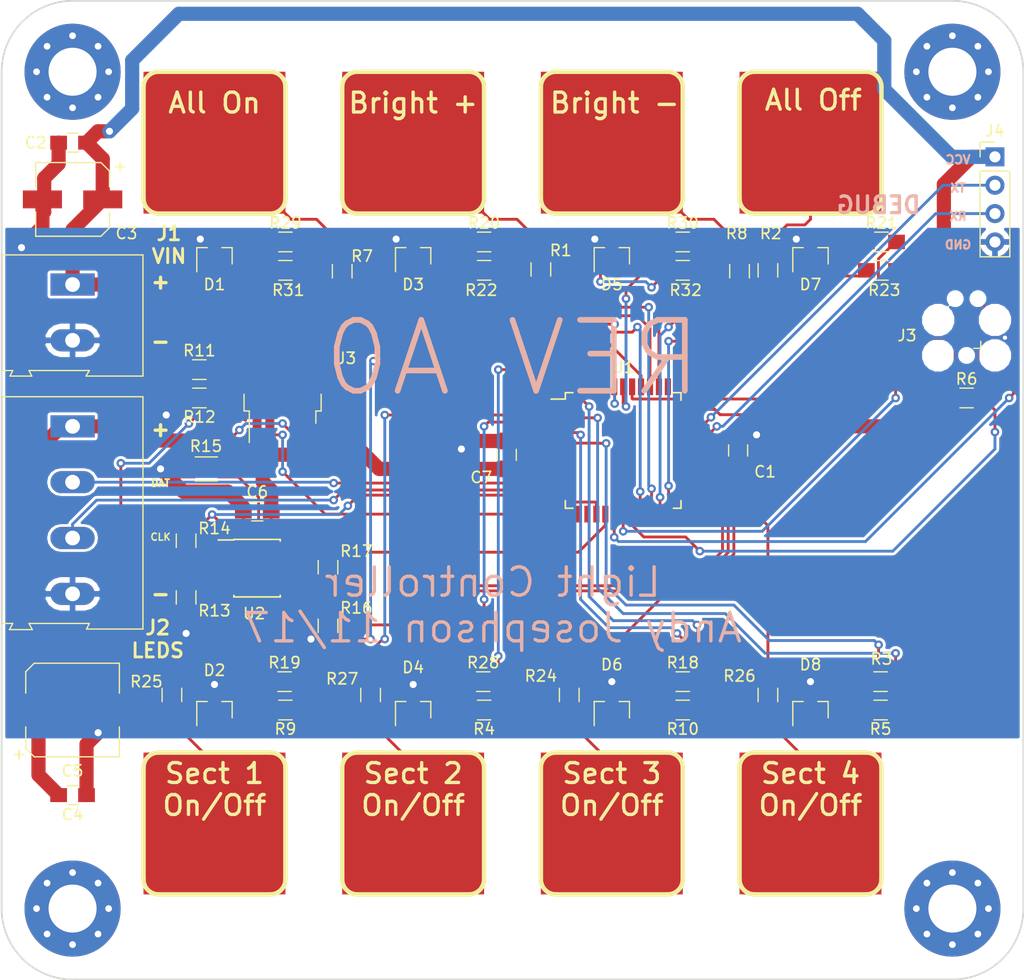
<source format=kicad_pcb>
(kicad_pcb (version 4) (host pcbnew 4.0.6)
  (layers (0 F.Cu signal) (31 B.Cu signal) (34 B.Paste user) (35 F.Paste user) (36 B.SilkS user) (37 F.SilkS user) (38 B.Mask user) (39 F.Mask user) (44 Edge.Cuts user))
  (net 0 "")
  (net 1 VCC)
  (net 2 GND)
  (net 3 /LED_5V)
  (net 4 /LED_1_R)
  (net 5 /LED_1_G)
  (net 6 /LED_5_R)
  (net 7 /LED_5_G)
  (net 8 /LED_2_R)
  (net 9 /LED_2_G)
  (net 10 /LED_6_R)
  (net 11 /LED_6_G)
  (net 12 /LED_3_R)
  (net 13 /LED_3_G)
  (net 14 /LED_7_R)
  (net 15 /LED_7_G)
  (net 16 /LED_4_R)
  (net 17 /LED_4_G)
  (net 18 /LED_8_R)
  (net 19 /LED_8_G)
  (net 20 /LED_DAT)
  (net 21 /LED_CLK)
  (net 22 /~MCLR)
  (net 23 /PGD)
  (net 24 /PGC)
  (net 25 /DEBUG1)
  (net 26 /DEBUG2)
  (net 27 "Net-(R1-Pad1)")
  (net 28 /CAP2)
  (net 29 "Net-(R2-Pad1)")
  (net 30 /CAP4)
  (net 31 "Net-(R3-Pad1)")
  (net 32 "Net-(R4-Pad1)")
  (net 33 "Net-(R5-Pad1)")
  (net 34 "Net-(R7-Pad1)")
  (net 35 /CAP1)
  (net 36 "Net-(R8-Pad1)")
  (net 37 /CAP3)
  (net 38 "Net-(R9-Pad1)")
  (net 39 "Net-(R10-Pad1)")
  (net 40 "Net-(R16-Pad2)")
  (net 41 "Net-(R18-Pad2)")
  (net 42 "Net-(R19-Pad2)")
  (net 43 /CAP7)
  (net 44 "Net-(R20-Pad2)")
  (net 45 /CAP5)
  (net 46 "Net-(R21-Pad2)")
  (net 47 /CAP8)
  (net 48 "Net-(R22-Pad2)")
  (net 49 /CAP6)
  (net 50 "Net-(R23-Pad2)")
  (net 51 "Net-(R24-Pad2)")
  (net 52 "Net-(R25-Pad2)")
  (net 53 "Net-(R26-Pad2)")
  (net 54 "Net-(R27-Pad2)")
  (net 55 "Net-(R28-Pad2)")
  (net 56 /PWR_EN)
  (net 57 "Net-(R11-Pad2)")
  (net 58 "Net-(R13-Pad2)")
  (net 59 /V_SNS)
  (net 60 "Net-(R15-Pad1)")
  (net 61 /I_SNS)
  (net 62 "Net-(R29-Pad2)")
  (net 63 "Net-(R30-Pad2)")
  (net 64 "Net-(R31-Pad2)")
  (net 65 "Net-(R32-Pad2)")
  (module TO_SOT_Packages_SMD:TO-252-5_TabPin3 (layer F.Cu) (at 110.235 90.135 90)
    (fp_text reference U3 (at 2.251 5.589 180) (layer F.SilkS))
    (fp_text value BTS6143)
    (pad 1 smd rect (at -4.2 -2.28 90) (size 2.2 0.8) (layers F.Cu F.Paste F.Mask) (net 3 /LED_5V))
    (pad 2 smd rect (at -4.2 -1.14 90) (size 2.2 0.8) (layers F.Cu F.Paste F.Mask) (net 56 /PWR_EN))
    (pad 4 smd rect (at -4.2 1.14 90) (size 2.2 0.8) (layers F.Cu F.Paste F.Mask) (net 60 "Net-(R15-Pad1)"))
    (pad 5 smd rect (at -4.2 2.28 90) (size 2.2 0.8) (layers F.Cu F.Paste F.Mask) (net 3 /LED_5V))
    (pad 3 smd rect (at 2.1 0 90) (size 6.4 5.8) (layers F.Cu F.Mask) (net 1 VCC))
    (pad 3 smd rect (at 3.775 1.525 90) (size 3.05 2.75) (layers F.Cu F.Paste) (net 1 VCC))
    (pad 3 smd rect (at 0.425 -1.525 90) (size 3.05 2.75) (layers F.Cu F.Paste) (net 1 VCC))
    (pad 3 smd rect (at 3.775 -1.525 90) (size 3.05 2.75) (layers F.Cu F.Paste) (net 1 VCC))
    (pad 3 smd rect (at 0.425 1.525 90) (size 3.05 2.75) (layers F.Cu F.Paste) (net 1 VCC))
  )
  (module Capacitors_SMD:C_0805_HandSoldering (layer F.Cu) (at 151.003 96.139 90)
    (fp_text reference C1 (at -1.905 2.413 180) (layer F.SilkS))
    (fp_text value 0.1uF)
    (pad 1 smd rect (at -1.25 0 90) (size 1.5 1.25) (layers F.Cu F.Paste F.Mask) (net 1 VCC))
    (pad 2 smd rect (at 1.25 0 90) (size 1.5 1.25) (layers F.Cu F.Paste F.Mask) (net 2 GND))
  )
  (module Capacitors_SMD:C_0805_HandSoldering (layer F.Cu) (at 91.44 68.58)
    (fp_text reference C2 (at -3.302 0) (layer F.SilkS))
    (fp_text value 0.1uF)
    (pad 1 smd rect (at -1.25 0) (size 1.5 1.25) (layers F.Cu F.Paste F.Mask) (net 2 GND))
    (pad 2 smd rect (at 1.25 0) (size 1.5 1.25) (layers F.Cu F.Paste F.Mask) (net 1 VCC))
  )
  (module Capacitors_SMD:CP_Elec_6.3x5.3 (layer F.Cu) (at 91.44 73.66 180)
    (fp_text reference C3 (at -4.826 -3.048 180) (layer F.SilkS))
    (fp_text value 100uF)
    (fp_text user + (at -4.28 3.01 180) (layer F.SilkS))
    (pad 1 smd rect (at -2.7 0) (size 3.5 1.6) (layers F.Cu F.Paste F.Mask) (net 1 VCC))
    (pad 2 smd rect (at 2.7 0) (size 3.5 1.6) (layers F.Cu F.Paste F.Mask) (net 2 GND))
  )
  (module Capacitors_SMD:C_0805_HandSoldering (layer F.Cu) (at 91.44 127 180)
    (fp_text reference C4 (at 0 -1.75 180) (layer F.SilkS))
    (fp_text value 0.1uF)
    (pad 1 smd rect (at -1.25 0 180) (size 1.5 1.25) (layers F.Cu F.Paste F.Mask) (net 2 GND))
    (pad 2 smd rect (at 1.25 0 180) (size 1.5 1.25) (layers F.Cu F.Paste F.Mask) (net 3 /LED_5V))
  )
  (module Capacitors_SMD:CP_Elec_8x10.5 (layer F.Cu) (at 91.44 119.38)
    (fp_text reference C5 (at 0 5.45) (layer F.SilkS))
    (fp_text value 1000uF)
    (fp_text user + (at -4.78 3.91) (layer F.SilkS))
    (pad 1 smd rect (at -3.05 0 180) (size 4 2.5) (layers F.Cu F.Paste F.Mask) (net 3 /LED_5V))
    (pad 2 smd rect (at 3.05 0 180) (size 4 2.5) (layers F.Cu F.Paste F.Mask) (net 2 GND))
  )
  (module Capacitors_SMD:C_0805_HandSoldering (layer F.Cu) (at 107.97 101.6)
    (fp_text reference C6 (at 0 -1.75) (layer F.SilkS))
    (fp_text value 0.1uF)
    (pad 1 smd rect (at -1.25 0) (size 1.5 1.25) (layers F.Cu F.Paste F.Mask) (net 2 GND))
    (pad 2 smd rect (at 1.25 0) (size 1.5 1.25) (layers F.Cu F.Paste F.Mask) (net 1 VCC))
  )
  (module TO_SOT_Packages_SMD:SOT-23 (layer F.Cu) (at 104.14 78.74 90)
    (fp_text reference D1 (at -2.54 0 180) (layer F.SilkS))
    (fp_text value LED_LIGHT_ON)
    (pad 1 smd rect (at -1 -0.95 90) (size 0.9 0.8) (layers F.Cu F.Paste F.Mask) (net 4 /LED_1_R))
    (pad 2 smd rect (at -1 0.95 90) (size 0.9 0.8) (layers F.Cu F.Paste F.Mask) (net 5 /LED_1_G))
    (pad 3 smd rect (at 1 0 90) (size 0.9 0.8) (layers F.Cu F.Paste F.Mask) (net 2 GND))
  )
  (module TO_SOT_Packages_SMD:SOT-23 (layer F.Cu) (at 104.14 119.38 90)
    (fp_text reference D2 (at 3.556 0 180) (layer F.SilkS))
    (fp_text value LED_SECT_0)
    (pad 1 smd rect (at -1 -0.95 90) (size 0.9 0.8) (layers F.Cu F.Paste F.Mask) (net 6 /LED_5_R))
    (pad 2 smd rect (at -1 0.95 90) (size 0.9 0.8) (layers F.Cu F.Paste F.Mask) (net 7 /LED_5_G))
    (pad 3 smd rect (at 1 0 90) (size 0.9 0.8) (layers F.Cu F.Paste F.Mask) (net 2 GND))
  )
  (module TO_SOT_Packages_SMD:SOT-23 (layer F.Cu) (at 121.92 78.74 90)
    (fp_text reference D3 (at -2.54 0 180) (layer F.SilkS))
    (fp_text value LED_BRIGHT+)
    (pad 1 smd rect (at -1 -0.95 90) (size 0.9 0.8) (layers F.Cu F.Paste F.Mask) (net 8 /LED_2_R))
    (pad 2 smd rect (at -1 0.95 90) (size 0.9 0.8) (layers F.Cu F.Paste F.Mask) (net 9 /LED_2_G))
    (pad 3 smd rect (at 1 0 90) (size 0.9 0.8) (layers F.Cu F.Paste F.Mask) (net 2 GND))
  )
  (module TO_SOT_Packages_SMD:SOT-23 (layer F.Cu) (at 121.92 119.38 90)
    (fp_text reference D4 (at 3.81 0 180) (layer F.SilkS))
    (fp_text value LED_SECT_1)
    (pad 1 smd rect (at -1 -0.95 90) (size 0.9 0.8) (layers F.Cu F.Paste F.Mask) (net 10 /LED_6_R))
    (pad 2 smd rect (at -1 0.95 90) (size 0.9 0.8) (layers F.Cu F.Paste F.Mask) (net 11 /LED_6_G))
    (pad 3 smd rect (at 1 0 90) (size 0.9 0.8) (layers F.Cu F.Paste F.Mask) (net 2 GND))
  )
  (module TO_SOT_Packages_SMD:SOT-23 (layer F.Cu) (at 139.7 78.74 90)
    (fp_text reference D5 (at -2.54 0 180) (layer F.SilkS))
    (fp_text value LED_BRIGHT-)
    (pad 1 smd rect (at -1 -0.95 90) (size 0.9 0.8) (layers F.Cu F.Paste F.Mask) (net 12 /LED_3_R))
    (pad 2 smd rect (at -1 0.95 90) (size 0.9 0.8) (layers F.Cu F.Paste F.Mask) (net 13 /LED_3_G))
    (pad 3 smd rect (at 1 0 90) (size 0.9 0.8) (layers F.Cu F.Paste F.Mask) (net 2 GND))
  )
  (module TO_SOT_Packages_SMD:SOT-23 (layer F.Cu) (at 139.7 119.38 90)
    (fp_text reference D6 (at 4.064 0 180) (layer F.SilkS))
    (fp_text value LED_SECT_2)
    (pad 1 smd rect (at -1 -0.95 90) (size 0.9 0.8) (layers F.Cu F.Paste F.Mask) (net 14 /LED_7_R))
    (pad 2 smd rect (at -1 0.95 90) (size 0.9 0.8) (layers F.Cu F.Paste F.Mask) (net 15 /LED_7_G))
    (pad 3 smd rect (at 1 0 90) (size 0.9 0.8) (layers F.Cu F.Paste F.Mask) (net 2 GND))
  )
  (module TO_SOT_Packages_SMD:SOT-23 (layer F.Cu) (at 157.48 78.74 90)
    (fp_text reference D7 (at -2.54 0 180) (layer F.SilkS))
    (fp_text value LED_LIGHT_OFF)
    (pad 1 smd rect (at -1 -0.95 90) (size 0.9 0.8) (layers F.Cu F.Paste F.Mask) (net 16 /LED_4_R))
    (pad 2 smd rect (at -1 0.95 90) (size 0.9 0.8) (layers F.Cu F.Paste F.Mask) (net 17 /LED_4_G))
    (pad 3 smd rect (at 1 0 90) (size 0.9 0.8) (layers F.Cu F.Paste F.Mask) (net 2 GND))
  )
  (module TO_SOT_Packages_SMD:SOT-23 (layer F.Cu) (at 157.48 119.38 90)
    (fp_text reference D8 (at 4.064 0 180) (layer F.SilkS))
    (fp_text value LED_SECT_3)
    (pad 1 smd rect (at -1 -0.95 90) (size 0.9 0.8) (layers F.Cu F.Paste F.Mask) (net 18 /LED_8_R))
    (pad 2 smd rect (at -1 0.95 90) (size 0.9 0.8) (layers F.Cu F.Paste F.Mask) (net 19 /LED_8_G))
    (pad 3 smd rect (at 1 0 90) (size 0.9 0.8) (layers F.Cu F.Paste F.Mask) (net 2 GND))
  )
  (module Terminal_Blocks:TerminalBlock_Altech_AK300-2_P5.00mm (layer F.Cu) (at 91.44 81.28 270)
    (fp_text reference J1 hide)
    (fp_text value VIN)
    (pad 1 thru_hole rect (at 0 0 270) (size 1.98 3.96) (drill 1.32) (layers *.Cu *.Mask) (net 1 VCC))
    (pad 2 thru_hole oval (at 5 0 270) (size 1.98 3.96) (drill 1.32) (layers *.Cu *.Mask) (net 2 GND))
  )
  (module Terminal_Blocks:TerminalBlock_Altech_AK300-4_P5.00mm (layer F.Cu) (at 91.44 93.98 270)
    (fp_text reference J2 hide)
    (fp_text value "LED STRIP")
    (pad 1 thru_hole rect (at 0 0 270) (size 1.98 3.96) (drill 1.32) (layers *.Cu *.Mask) (net 3 /LED_5V))
    (pad 2 thru_hole oval (at 5 0 270) (size 1.98 3.96) (drill 1.32) (layers *.Cu *.Mask) (net 20 /LED_DAT))
    (pad 4 thru_hole oval (at 15 0 270) (size 1.98 3.96) (drill 1.32) (layers *.Cu *.Mask) (net 2 GND))
    (pad 3 thru_hole oval (at 10 0 270) (size 1.98 3.96) (drill 1.32) (layers *.Cu *.Mask) (net 21 /LED_CLK))
  )
  (module Connect:Tag-Connect_TC2030-IDC-FP (layer F.Cu) (at 171.45 85.09 90)
    (fp_text reference J3 (at -0.762 -5.334 180) (layer F.SilkS))
    (fp_text value ICSP)
    (pad "" np_thru_hole circle (at -2.54 2.54 90) (size 2.3749 2.3749) (drill 2.3749) (layers *.Cu *.Mask))
    (pad "" np_thru_hole circle (at -2.54 -2.54 90) (size 2.3749 2.3749) (drill 2.3749) (layers *.Cu *.Mask))
    (pad "" np_thru_hole circle (at 0.635 -2.54 90) (size 2.3749 2.3749) (drill 2.3749) (layers *.Cu *.Mask))
    (pad "" np_thru_hole circle (at 0.635 2.54 90) (size 2.3749 2.3749) (drill 2.3749) (layers *.Cu *.Mask))
    (pad "" np_thru_hole circle (at 2.54 -1.016 90) (size 0.9906 0.9906) (drill 0.9906) (layers *.Cu *.Mask))
    (pad "" np_thru_hole circle (at 2.54 1.016 90) (size 0.9906 0.9906) (drill 0.9906) (layers *.Cu *.Mask))
    (pad "" np_thru_hole circle (at -2.54 0 90) (size 0.9906 0.9906) (drill 0.9906) (layers *.Cu *.Mask))
    (pad 1 connect circle (at -1.27 0.635 90) (size 0.7874 0.7874) (layers F.Cu F.Mask) (net 22 /~MCLR))
    (pad 2 connect circle (at -1.27 -0.635 90) (size 0.7874 0.7874) (layers F.Cu F.Mask) (net 1 VCC))
    (pad 3 connect circle (at 0 0.635 90) (size 0.7874 0.7874) (layers F.Cu F.Mask) (net 2 GND))
    (pad 4 connect circle (at 0 -0.635 90) (size 0.7874 0.7874) (layers F.Cu F.Mask) (net 23 /PGD))
    (pad 5 connect circle (at 1.27 0.635 90) (size 0.7874 0.7874) (layers F.Cu F.Mask) (net 24 /PGC))
    (pad 6 connect circle (at 1.27 -0.635 90) (size 0.7874 0.7874) (layers F.Cu F.Mask))
  )
  (module Pin_Headers:Pin_Header_Straight_1x04_Pitch2.54mm (layer F.Cu) (at 173.99 69.85)
    (fp_text reference J4 (at 0 -2.33) (layer F.SilkS))
    (fp_text value DEBUG)
    (pad 1 thru_hole rect (at 0 0) (size 1.7 1.7) (drill 1) (layers *.Cu *.Mask) (net 1 VCC))
    (pad 2 thru_hole oval (at 0 2.54) (size 1.7 1.7) (drill 1) (layers *.Cu *.Mask) (net 25 /DEBUG1))
    (pad 3 thru_hole oval (at 0 5.08) (size 1.7 1.7) (drill 1) (layers *.Cu *.Mask) (net 26 /DEBUG2))
    (pad 4 thru_hole oval (at 0 7.62) (size 1.7 1.7) (drill 1) (layers *.Cu *.Mask) (net 2 GND))
  )
  (module Resistors_SMD:R_0805_HandSoldering (layer F.Cu) (at 133.35 79.93 90)
    (fp_text reference R1 (at 1.698 1.778 180) (layer F.SilkS))
    (fp_text value 1k)
    (pad 1 smd rect (at -1.35 0 90) (size 1.5 1.3) (layers F.Cu F.Paste F.Mask) (net 27 "Net-(R1-Pad1)"))
    (pad 2 smd rect (at 1.35 0 90) (size 1.5 1.3) (layers F.Cu F.Paste F.Mask) (net 28 /CAP2))
  )
  (module Resistors_SMD:R_0805_HandSoldering (layer F.Cu) (at 153.67 80.01 90)
    (fp_text reference R2 (at 3.302 0.254 180) (layer F.SilkS))
    (fp_text value 1k)
    (pad 1 smd rect (at -1.35 0 90) (size 1.5 1.3) (layers F.Cu F.Paste F.Mask) (net 29 "Net-(R2-Pad1)"))
    (pad 2 smd rect (at 1.35 0 90) (size 1.5 1.3) (layers F.Cu F.Paste F.Mask) (net 30 /CAP4))
  )
  (module Resistors_SMD:R_0805_HandSoldering (layer F.Cu) (at 163.75 116.84 180)
    (fp_text reference R3 (at -0.08 2.032 180) (layer F.SilkS))
    (fp_text value 180)
    (pad 1 smd rect (at -1.35 0 180) (size 1.5 1.3) (layers F.Cu F.Paste F.Mask) (net 31 "Net-(R3-Pad1)"))
    (pad 2 smd rect (at 1.35 0 180) (size 1.5 1.3) (layers F.Cu F.Paste F.Mask) (net 18 /LED_8_R))
  )
  (module Resistors_SMD:R_0805_HandSoldering (layer F.Cu) (at 128.27 119.38 180)
    (fp_text reference R4 (at 0 -1.7 180) (layer F.SilkS))
    (fp_text value 180)
    (pad 1 smd rect (at -1.35 0 180) (size 1.5 1.3) (layers F.Cu F.Paste F.Mask) (net 32 "Net-(R4-Pad1)"))
    (pad 2 smd rect (at 1.35 0 180) (size 1.5 1.3) (layers F.Cu F.Paste F.Mask) (net 11 /LED_6_G))
  )
  (module Resistors_SMD:R_0805_HandSoldering (layer F.Cu) (at 163.75 119.38 180)
    (fp_text reference R5 (at 0 -1.7 180) (layer F.SilkS))
    (fp_text value 180)
    (pad 1 smd rect (at -1.35 0 180) (size 1.5 1.3) (layers F.Cu F.Paste F.Mask) (net 33 "Net-(R5-Pad1)"))
    (pad 2 smd rect (at 1.35 0 180) (size 1.5 1.3) (layers F.Cu F.Paste F.Mask) (net 19 /LED_8_G))
  )
  (module Resistors_SMD:R_0805_HandSoldering (layer F.Cu) (at 171.45 91.44)
    (fp_text reference R6 (at 0 -1.7) (layer F.SilkS))
    (fp_text value 10k)
    (pad 1 smd rect (at -1.35 0) (size 1.5 1.3) (layers F.Cu F.Paste F.Mask) (net 1 VCC))
    (pad 2 smd rect (at 1.35 0) (size 1.5 1.3) (layers F.Cu F.Paste F.Mask) (net 22 /~MCLR))
  )
  (module Resistors_SMD:R_0805_HandSoldering (layer F.Cu) (at 115.57 80.09 90)
    (fp_text reference R7 (at 1.35 1.778 180) (layer F.SilkS))
    (fp_text value 1k)
    (pad 1 smd rect (at -1.35 0 90) (size 1.5 1.3) (layers F.Cu F.Paste F.Mask) (net 34 "Net-(R7-Pad1)"))
    (pad 2 smd rect (at 1.35 0 90) (size 1.5 1.3) (layers F.Cu F.Paste F.Mask) (net 35 /CAP1))
  )
  (module Resistors_SMD:R_0805_HandSoldering (layer F.Cu) (at 151.13 80.09 90)
    (fp_text reference R8 (at 3.382 -0.254 180) (layer F.SilkS))
    (fp_text value 1k)
    (pad 1 smd rect (at -1.35 0 90) (size 1.5 1.3) (layers F.Cu F.Paste F.Mask) (net 36 "Net-(R8-Pad1)"))
    (pad 2 smd rect (at 1.35 0 90) (size 1.5 1.3) (layers F.Cu F.Paste F.Mask) (net 37 /CAP3))
  )
  (module Resistors_SMD:R_0805_HandSoldering (layer F.Cu) (at 110.49 119.38 180)
    (fp_text reference R9 (at 0 -1.7 180) (layer F.SilkS))
    (fp_text value 180)
    (pad 1 smd rect (at -1.35 0 180) (size 1.5 1.3) (layers F.Cu F.Paste F.Mask) (net 38 "Net-(R9-Pad1)"))
    (pad 2 smd rect (at 1.35 0 180) (size 1.5 1.3) (layers F.Cu F.Paste F.Mask) (net 7 /LED_5_G))
  )
  (module Resistors_SMD:R_0805_HandSoldering (layer F.Cu) (at 146.05 119.38 180)
    (fp_text reference R10 (at 0 -1.7 180) (layer F.SilkS))
    (fp_text value 180)
    (pad 1 smd rect (at -1.35 0 180) (size 1.5 1.3) (layers F.Cu F.Paste F.Mask) (net 39 "Net-(R10-Pad1)"))
    (pad 2 smd rect (at 1.35 0 180) (size 1.5 1.3) (layers F.Cu F.Paste F.Mask) (net 15 /LED_7_G))
  )
  (module Resistors_SMD:R_0805_HandSoldering (layer F.Cu) (at 102.79 91.44 180)
    (fp_text reference R12 (at 0 -1.7 180) (layer F.SilkS))
    (fp_text value 90.9)
    (pad 1 smd rect (at -1.35 0 180) (size 1.5 1.3) (layers F.Cu F.Paste F.Mask) (net 57 "Net-(R11-Pad2)"))
    (pad 2 smd rect (at 1.35 0 180) (size 1.5 1.3) (layers F.Cu F.Paste F.Mask) (net 2 GND))
  )
  (module Resistors_SMD:R_0805_HandSoldering (layer F.Cu) (at 101.6 109.3 90)
    (fp_text reference R13 (at -1.19 2.54 180) (layer F.SilkS))
    (fp_text value 1.1k)
    (pad 1 smd rect (at -1.35 0 90) (size 1.5 1.3) (layers F.Cu F.Paste F.Mask) (net 2 GND))
    (pad 2 smd rect (at 1.35 0 90) (size 1.5 1.3) (layers F.Cu F.Paste F.Mask) (net 58 "Net-(R13-Pad2)"))
  )
  (module Resistors_SMD:R_0805_HandSoldering (layer F.Cu) (at 101.6 104.22 270)
    (fp_text reference R14 (at -1.096 -2.54 360) (layer F.SilkS))
    (fp_text value 110k)
    (pad 1 smd rect (at -1.35 0 270) (size 1.5 1.3) (layers F.Cu F.Paste F.Mask) (net 59 /V_SNS))
    (pad 2 smd rect (at 1.35 0 270) (size 1.5 1.3) (layers F.Cu F.Paste F.Mask) (net 58 "Net-(R13-Pad2)"))
  )
  (module Resistors_SMD:R_0805_HandSoldering (layer F.Cu) (at 114.3 111.84 90)
    (fp_text reference R16 (at 1.604 2.54 180) (layer F.SilkS))
    (fp_text value 1k)
    (pad 1 smd rect (at -1.35 0 90) (size 1.5 1.3) (layers F.Cu F.Paste F.Mask) (net 2 GND))
    (pad 2 smd rect (at 1.35 0 90) (size 1.5 1.3) (layers F.Cu F.Paste F.Mask) (net 40 "Net-(R16-Pad2)"))
  )
  (module Resistors_SMD:R_0805_HandSoldering (layer F.Cu) (at 114.3 106.6 270)
    (fp_text reference R17 (at -1.444 -2.54 360) (layer F.SilkS))
    (fp_text value 4.99M)
    (pad 1 smd rect (at -1.35 0 270) (size 1.5 1.3) (layers F.Cu F.Paste F.Mask) (net 61 /I_SNS))
    (pad 2 smd rect (at 1.35 0 270) (size 1.5 1.3) (layers F.Cu F.Paste F.Mask) (net 40 "Net-(R16-Pad2)"))
  )
  (module Resistors_SMD:R_0805_HandSoldering (layer F.Cu) (at 146.05 116.84)
    (fp_text reference R18 (at 0 -1.7) (layer F.SilkS))
    (fp_text value 180)
    (pad 1 smd rect (at -1.35 0) (size 1.5 1.3) (layers F.Cu F.Paste F.Mask) (net 14 /LED_7_R))
    (pad 2 smd rect (at 1.35 0) (size 1.5 1.3) (layers F.Cu F.Paste F.Mask) (net 41 "Net-(R18-Pad2)"))
  )
  (module Resistors_SMD:R_0805_HandSoldering (layer F.Cu) (at 110.41 116.84)
    (fp_text reference R19 (at 0 -1.7) (layer F.SilkS))
    (fp_text value 180)
    (pad 1 smd rect (at -1.35 0) (size 1.5 1.3) (layers F.Cu F.Paste F.Mask) (net 6 /LED_5_R))
    (pad 2 smd rect (at 1.35 0) (size 1.5 1.3) (layers F.Cu F.Paste F.Mask) (net 42 "Net-(R19-Pad2)"))
  )
  (module Resistors_SMD:R_0805_HandSoldering (layer F.Cu) (at 128.27 77.47)
    (fp_text reference R20 (at 0 -1.7) (layer F.SilkS))
    (fp_text value 180)
    (pad 1 smd rect (at -1.35 0) (size 1.5 1.3) (layers F.Cu F.Paste F.Mask) (net 9 /LED_2_G))
    (pad 2 smd rect (at 1.35 0) (size 1.5 1.3) (layers F.Cu F.Paste F.Mask) (net 44 "Net-(R20-Pad2)"))
  )
  (module Resistors_SMD:R_0805_HandSoldering (layer F.Cu) (at 163.83 77.47)
    (fp_text reference R21 (at 0 -1.7) (layer F.SilkS))
    (fp_text value 180)
    (pad 1 smd rect (at -1.35 0) (size 1.5 1.3) (layers F.Cu F.Paste F.Mask) (net 17 /LED_4_G))
    (pad 2 smd rect (at 1.35 0) (size 1.5 1.3) (layers F.Cu F.Paste F.Mask) (net 46 "Net-(R21-Pad2)"))
  )
  (module Resistors_SMD:R_0805_HandSoldering (layer F.Cu) (at 128.27 80.01)
    (fp_text reference R22 (at -0.254 1.778) (layer F.SilkS))
    (fp_text value 180)
    (pad 1 smd rect (at -1.35 0) (size 1.5 1.3) (layers F.Cu F.Paste F.Mask) (net 8 /LED_2_R))
    (pad 2 smd rect (at 1.35 0) (size 1.5 1.3) (layers F.Cu F.Paste F.Mask) (net 48 "Net-(R22-Pad2)"))
  )
  (module Resistors_SMD:R_0805_HandSoldering (layer F.Cu) (at 163.83 80.01)
    (fp_text reference R23 (at 0.254 1.778) (layer F.SilkS))
    (fp_text value 180)
    (pad 1 smd rect (at -1.35 0) (size 1.5 1.3) (layers F.Cu F.Paste F.Mask) (net 16 /LED_4_R))
    (pad 2 smd rect (at 1.35 0) (size 1.5 1.3) (layers F.Cu F.Paste F.Mask) (net 50 "Net-(R23-Pad2)"))
  )
  (module Resistors_SMD:R_0805_HandSoldering (layer F.Cu) (at 135.89 118.03 90)
    (fp_text reference R24 (at 1.698 -2.54 180) (layer F.SilkS))
    (fp_text value 1k)
    (pad 1 smd rect (at -1.35 0 90) (size 1.5 1.3) (layers F.Cu F.Paste F.Mask) (net 43 /CAP7))
    (pad 2 smd rect (at 1.35 0 90) (size 1.5 1.3) (layers F.Cu F.Paste F.Mask) (net 51 "Net-(R24-Pad2)"))
  )
  (module Resistors_SMD:R_0805_HandSoldering (layer F.Cu) (at 100.33 118.03 90)
    (fp_text reference R25 (at 1.19 -2.286 180) (layer F.SilkS))
    (fp_text value 1k)
    (pad 1 smd rect (at -1.35 0 90) (size 1.5 1.3) (layers F.Cu F.Paste F.Mask) (net 45 /CAP5))
    (pad 2 smd rect (at 1.35 0 90) (size 1.5 1.3) (layers F.Cu F.Paste F.Mask) (net 52 "Net-(R25-Pad2)"))
  )
  (module Resistors_SMD:R_0805_HandSoldering (layer F.Cu) (at 153.67 118.03 90)
    (fp_text reference R26 (at 1.698 -2.54 180) (layer F.SilkS))
    (fp_text value 1k)
    (pad 1 smd rect (at -1.35 0 90) (size 1.5 1.3) (layers F.Cu F.Paste F.Mask) (net 47 /CAP8))
    (pad 2 smd rect (at 1.35 0 90) (size 1.5 1.3) (layers F.Cu F.Paste F.Mask) (net 53 "Net-(R26-Pad2)"))
  )
  (module Resistors_SMD:R_0805_HandSoldering (layer F.Cu) (at 118.11 118.03 90)
    (fp_text reference R27 (at 1.444 -2.54 180) (layer F.SilkS))
    (fp_text value 1k)
    (pad 1 smd rect (at -1.35 0 90) (size 1.5 1.3) (layers F.Cu F.Paste F.Mask) (net 49 /CAP6))
    (pad 2 smd rect (at 1.35 0 90) (size 1.5 1.3) (layers F.Cu F.Paste F.Mask) (net 54 "Net-(R27-Pad2)"))
  )
  (module Resistors_SMD:R_0805_HandSoldering (layer F.Cu) (at 128.19 116.84)
    (fp_text reference R28 (at 0 -1.7) (layer F.SilkS))
    (fp_text value 180)
    (pad 1 smd rect (at -1.35 0) (size 1.5 1.3) (layers F.Cu F.Paste F.Mask) (net 10 /LED_6_R))
    (pad 2 smd rect (at 1.35 0) (size 1.5 1.3) (layers F.Cu F.Paste F.Mask) (net 55 "Net-(R28-Pad2)"))
  )
  (module custom_kicad:CAP_SENSE_PAD (layer F.Cu) (at 104.14 68.58)
    (fp_text reference SW1)
    (fp_text value LIGHT_ON)
    (pad 1 smd rect (at 0 0) (size 12.7 12.7) (layers F.Cu) (net 35 /CAP1))
    (pad 2 smd rect (at 0 0) (size 1 1) (layers F.Cu F.Mask))
  )
  (module custom_kicad:CAP_SENSE_PAD (layer F.Cu) (at 104.14 129.54)
    (fp_text reference SW2)
    (fp_text value SECT_0_ON)
    (pad 1 smd rect (at 0 0) (size 12.7 12.7) (layers F.Cu) (net 45 /CAP5))
    (pad 2 smd rect (at 0 0) (size 1 1) (layers F.Cu F.Mask))
  )
  (module custom_kicad:CAP_SENSE_PAD (layer F.Cu) (at 121.92 68.58)
    (fp_text reference SW3)
    (fp_text value BRIGHT+)
    (pad 1 smd rect (at 0 0) (size 12.7 12.7) (layers F.Cu) (net 28 /CAP2))
    (pad 2 smd rect (at 0 0) (size 1 1) (layers F.Cu F.Mask))
  )
  (module custom_kicad:CAP_SENSE_PAD (layer F.Cu) (at 121.92 129.54)
    (fp_text reference SW4)
    (fp_text value SECT_1_ON)
    (pad 1 smd rect (at 0 0) (size 12.7 12.7) (layers F.Cu) (net 49 /CAP6))
    (pad 2 smd rect (at 0 0) (size 1 1) (layers F.Cu F.Mask))
  )
  (module custom_kicad:CAP_SENSE_PAD (layer F.Cu) (at 139.7 68.58)
    (fp_text reference SW5)
    (fp_text value BRIGHT-)
    (pad 1 smd rect (at 0 0) (size 12.7 12.7) (layers F.Cu) (net 37 /CAP3))
    (pad 2 smd rect (at 0 0) (size 1 1) (layers F.Cu F.Mask))
  )
  (module custom_kicad:CAP_SENSE_PAD (layer F.Cu) (at 139.7 129.54)
    (fp_text reference SW6)
    (fp_text value SECT_2_ON)
    (pad 1 smd rect (at 0 0) (size 12.7 12.7) (layers F.Cu) (net 43 /CAP7))
    (pad 2 smd rect (at 0 0) (size 1 1) (layers F.Cu F.Mask))
  )
  (module custom_kicad:CAP_SENSE_PAD (layer F.Cu) (at 157.48 68.58)
    (fp_text reference SW7)
    (fp_text value LIGHT_OFF)
    (pad 1 smd rect (at 0 0) (size 12.7 12.7) (layers F.Cu) (net 30 /CAP4))
    (pad 2 smd rect (at 0 0) (size 1 1) (layers F.Cu F.Mask))
  )
  (module custom_kicad:CAP_SENSE_PAD (layer F.Cu) (at 157.48 129.54)
    (fp_text reference SW8)
    (fp_text value SECT_3_ON)
    (pad 1 smd rect (at 0 0) (size 12.7 12.7) (layers F.Cu) (net 47 /CAP8))
    (pad 2 smd rect (at 0 0) (size 1 1) (layers F.Cu F.Mask))
  )
  (module Housings_QFP:TQFP-44_10x10mm_Pitch0.8mm (layer F.Cu) (at 140.716 96.139)
    (fp_text reference U1 (at 0 -7.45) (layer F.SilkS))
    (fp_text value "PIC16(L)F1717/9")
    (pad 1 smd rect (at -5.7 -4) (size 1.5 0.55) (layers F.Cu F.Paste F.Mask) (net 31 "Net-(R3-Pad1)"))
    (pad 2 smd rect (at -5.7 -3.2) (size 1.5 0.55) (layers F.Cu F.Paste F.Mask) (net 38 "Net-(R9-Pad1)"))
    (pad 3 smd rect (at -5.7 -2.4) (size 1.5 0.55) (layers F.Cu F.Paste F.Mask) (net 32 "Net-(R4-Pad1)"))
    (pad 4 smd rect (at -5.7 -1.6) (size 1.5 0.55) (layers F.Cu F.Paste F.Mask) (net 39 "Net-(R10-Pad1)"))
    (pad 5 smd rect (at -5.7 -0.8) (size 1.5 0.55) (layers F.Cu F.Paste F.Mask) (net 33 "Net-(R5-Pad1)"))
    (pad 6 smd rect (at -5.7 0) (size 1.5 0.55) (layers F.Cu F.Paste F.Mask) (net 2 GND))
    (pad 7 smd rect (at -5.7 0.8) (size 1.5 0.55) (layers F.Cu F.Paste F.Mask) (net 1 VCC))
    (pad 8 smd rect (at -5.7 1.6) (size 1.5 0.55) (layers F.Cu F.Paste F.Mask) (net 20 /LED_DAT))
    (pad 9 smd rect (at -5.7 2.4) (size 1.5 0.55) (layers F.Cu F.Paste F.Mask) (net 21 /LED_CLK))
    (pad 10 smd rect (at -5.7 3.2) (size 1.5 0.55) (layers F.Cu F.Paste F.Mask))
    (pad 11 smd rect (at -5.7 4) (size 1.5 0.55) (layers F.Cu F.Paste F.Mask) (net 59 /V_SNS))
    (pad 12 smd rect (at -4 5.7 90) (size 1.5 0.55) (layers F.Cu F.Paste F.Mask))
    (pad 13 smd rect (at -3.2 5.7 90) (size 1.5 0.55) (layers F.Cu F.Paste F.Mask))
    (pad 14 smd rect (at -2.4 5.7 90) (size 1.5 0.55) (layers F.Cu F.Paste F.Mask) (net 56 /PWR_EN))
    (pad 15 smd rect (at -1.6 5.7 90) (size 1.5 0.55) (layers F.Cu F.Paste F.Mask) (net 61 /I_SNS))
    (pad 16 smd rect (at -0.8 5.7 90) (size 1.5 0.55) (layers F.Cu F.Paste F.Mask) (net 24 /PGC))
    (pad 17 smd rect (at 0 5.7 90) (size 1.5 0.55) (layers F.Cu F.Paste F.Mask) (net 23 /PGD))
    (pad 18 smd rect (at 0.8 5.7 90) (size 1.5 0.55) (layers F.Cu F.Paste F.Mask) (net 22 /~MCLR))
    (pad 19 smd rect (at 1.6 5.7 90) (size 1.5 0.55) (layers F.Cu F.Paste F.Mask) (net 34 "Net-(R7-Pad1)"))
    (pad 20 smd rect (at 2.4 5.7 90) (size 1.5 0.55) (layers F.Cu F.Paste F.Mask) (net 27 "Net-(R1-Pad1)"))
    (pad 21 smd rect (at 3.2 5.7 90) (size 1.5 0.55) (layers F.Cu F.Paste F.Mask) (net 36 "Net-(R8-Pad1)"))
    (pad 22 smd rect (at 4 5.7 90) (size 1.5 0.55) (layers F.Cu F.Paste F.Mask) (net 29 "Net-(R2-Pad1)"))
    (pad 23 smd rect (at 5.7 4) (size 1.5 0.55) (layers F.Cu F.Paste F.Mask))
    (pad 24 smd rect (at 5.7 3.2) (size 1.5 0.55) (layers F.Cu F.Paste F.Mask) (net 52 "Net-(R25-Pad2)"))
    (pad 25 smd rect (at 5.7 2.4) (size 1.5 0.55) (layers F.Cu F.Paste F.Mask) (net 54 "Net-(R27-Pad2)"))
    (pad 26 smd rect (at 5.7 1.6) (size 1.5 0.55) (layers F.Cu F.Paste F.Mask) (net 51 "Net-(R24-Pad2)"))
    (pad 27 smd rect (at 5.7 0.8) (size 1.5 0.55) (layers F.Cu F.Paste F.Mask) (net 53 "Net-(R26-Pad2)"))
    (pad 28 smd rect (at 5.7 0) (size 1.5 0.55) (layers F.Cu F.Paste F.Mask) (net 1 VCC))
    (pad 29 smd rect (at 5.7 -0.8) (size 1.5 0.55) (layers F.Cu F.Paste F.Mask) (net 2 GND))
    (pad 30 smd rect (at 5.7 -1.6) (size 1.5 0.55) (layers F.Cu F.Paste F.Mask) (net 26 /DEBUG2))
    (pad 31 smd rect (at 5.7 -2.4) (size 1.5 0.55) (layers F.Cu F.Paste F.Mask) (net 25 /DEBUG1))
    (pad 32 smd rect (at 5.7 -3.2) (size 1.5 0.55) (layers F.Cu F.Paste F.Mask) (net 50 "Net-(R23-Pad2)"))
    (pad 33 smd rect (at 5.7 -4) (size 1.5 0.55) (layers F.Cu F.Paste F.Mask))
    (pad 34 smd rect (at 4 -5.7 90) (size 1.5 0.55) (layers F.Cu F.Paste F.Mask))
    (pad 35 smd rect (at 3.2 -5.7 90) (size 1.5 0.55) (layers F.Cu F.Paste F.Mask) (net 65 "Net-(R32-Pad2)"))
    (pad 36 smd rect (at 2.4 -5.7 90) (size 1.5 0.55) (layers F.Cu F.Paste F.Mask) (net 48 "Net-(R22-Pad2)"))
    (pad 37 smd rect (at 1.6 -5.7 90) (size 1.5 0.55) (layers F.Cu F.Paste F.Mask) (net 64 "Net-(R31-Pad2)"))
    (pad 38 smd rect (at 0.8 -5.7 90) (size 1.5 0.55) (layers F.Cu F.Paste F.Mask) (net 46 "Net-(R21-Pad2)"))
    (pad 39 smd rect (at 0 -5.7 90) (size 1.5 0.55) (layers F.Cu F.Paste F.Mask) (net 63 "Net-(R30-Pad2)"))
    (pad 40 smd rect (at -0.8 -5.7 90) (size 1.5 0.55) (layers F.Cu F.Paste F.Mask) (net 44 "Net-(R20-Pad2)"))
    (pad 41 smd rect (at -1.6 -5.7 90) (size 1.5 0.55) (layers F.Cu F.Paste F.Mask) (net 62 "Net-(R29-Pad2)"))
    (pad 42 smd rect (at -2.4 -5.7 90) (size 1.5 0.55) (layers F.Cu F.Paste F.Mask) (net 42 "Net-(R19-Pad2)"))
    (pad 43 smd rect (at -3.2 -5.7 90) (size 1.5 0.55) (layers F.Cu F.Paste F.Mask) (net 55 "Net-(R28-Pad2)"))
    (pad 44 smd rect (at -4 -5.7 90) (size 1.5 0.55) (layers F.Cu F.Paste F.Mask) (net 41 "Net-(R18-Pad2)"))
  )
  (module Capacitors_SMD:C_0805_HandSoldering (layer F.Cu) (at 130.302 96.54 90)
    (fp_text reference C7 (at -2.012 -2.286 180) (layer F.SilkS))
    (fp_text value 0.1uF)
    (pad 1 smd rect (at -1.25 0 90) (size 1.5 1.25) (layers F.Cu F.Paste F.Mask) (net 1 VCC))
    (pad 2 smd rect (at 1.25 0 90) (size 1.5 1.25) (layers F.Cu F.Paste F.Mask) (net 2 GND))
  )
  (module Resistors_SMD:R_0805_HandSoldering (layer F.Cu) (at 110.49 77.47)
    (fp_text reference R29 (at 0 -1.7) (layer F.SilkS))
    (fp_text value 180)
    (pad 1 smd rect (at -1.35 0) (size 1.5 1.3) (layers F.Cu F.Paste F.Mask) (net 5 /LED_1_G))
    (pad 2 smd rect (at 1.35 0) (size 1.5 1.3) (layers F.Cu F.Paste F.Mask) (net 62 "Net-(R29-Pad2)"))
  )
  (module Resistors_SMD:R_0805_HandSoldering (layer F.Cu) (at 146.05 77.47)
    (fp_text reference R30 (at 0 -1.7) (layer F.SilkS))
    (fp_text value 180)
    (pad 1 smd rect (at -1.35 0) (size 1.5 1.3) (layers F.Cu F.Paste F.Mask) (net 13 /LED_3_G))
    (pad 2 smd rect (at 1.35 0) (size 1.5 1.3) (layers F.Cu F.Paste F.Mask) (net 63 "Net-(R30-Pad2)"))
  )
  (module Resistors_SMD:R_0805_HandSoldering (layer F.Cu) (at 110.49 80.01)
    (fp_text reference R31 (at 0.254 1.778) (layer F.SilkS))
    (fp_text value 180)
    (pad 1 smd rect (at -1.35 0) (size 1.5 1.3) (layers F.Cu F.Paste F.Mask) (net 4 /LED_1_R))
    (pad 2 smd rect (at 1.35 0) (size 1.5 1.3) (layers F.Cu F.Paste F.Mask) (net 64 "Net-(R31-Pad2)"))
  )
  (module Resistors_SMD:R_0805_HandSoldering (layer F.Cu) (at 146.05 80.01)
    (fp_text reference R32 (at 0.254 1.778) (layer F.SilkS))
    (fp_text value 180)
    (pad 1 smd rect (at -1.35 0) (size 1.5 1.3) (layers F.Cu F.Paste F.Mask) (net 12 /LED_3_R))
    (pad 2 smd rect (at 1.35 0) (size 1.5 1.3) (layers F.Cu F.Paste F.Mask) (net 65 "Net-(R32-Pad2)"))
  )
  (module Resistors_SMD:R_0805_HandSoldering (layer F.Cu) (at 102.79 88.9)
    (fp_text reference R11 (at 0 -1.7) (layer F.SilkS))
    (fp_text value 90.9k)
    (pad 1 smd rect (at -1.35 0) (size 1.5 1.3) (layers F.Cu F.Paste F.Mask) (net 1 VCC))
    (pad 2 smd rect (at 1.35 0) (size 1.5 1.3) (layers F.Cu F.Paste F.Mask) (net 57 "Net-(R11-Pad2)"))
  )
  (module Resistors_SMD:R_1206_HandSoldering (layer F.Cu) (at 103.41 97.79 180)
    (fp_text reference R15 (at 0.032 2.032 180) (layer F.SilkS))
    (fp_text value 1)
    (pad 1 smd rect (at -2 0 180) (size 2 1.7) (layers F.Cu F.Paste F.Mask) (net 60 "Net-(R15-Pad1)"))
    (pad 2 smd rect (at 2 0 180) (size 2 1.7) (layers F.Cu F.Paste F.Mask) (net 2 GND))
  )
  (module Housings_SOIC:SOIC-8_3.9x4.9mm_Pitch1.27mm (layer F.Cu) (at 107.95 106.68)
    (fp_text reference U2 (at -0.254 4.064) (layer F.SilkS))
    (fp_text value LM358)
    (pad 1 smd rect (at -2.7 -1.905) (size 1.55 0.6) (layers F.Cu F.Paste F.Mask) (net 59 /V_SNS))
    (pad 2 smd rect (at -2.7 -0.635) (size 1.55 0.6) (layers F.Cu F.Paste F.Mask) (net 58 "Net-(R13-Pad2)"))
    (pad 3 smd rect (at -2.7 0.635) (size 1.55 0.6) (layers F.Cu F.Paste F.Mask) (net 57 "Net-(R11-Pad2)"))
    (pad 4 smd rect (at -2.7 1.905) (size 1.55 0.6) (layers F.Cu F.Paste F.Mask) (net 2 GND))
    (pad 5 smd rect (at 2.7 1.905) (size 1.55 0.6) (layers F.Cu F.Paste F.Mask) (net 60 "Net-(R15-Pad1)"))
    (pad 6 smd rect (at 2.7 0.635) (size 1.55 0.6) (layers F.Cu F.Paste F.Mask) (net 40 "Net-(R16-Pad2)"))
    (pad 7 smd rect (at 2.7 -0.635) (size 1.55 0.6) (layers F.Cu F.Paste F.Mask) (net 61 /I_SNS))
    (pad 8 smd rect (at 2.7 -1.905) (size 1.55 0.6) (layers F.Cu F.Paste F.Mask) (net 1 VCC))
  )
  (module Mounting_Holes:MountingHole_4.3mm_M4_Pad_Via (layer F.Cu) (at 91.44 62.23)
    (fp_text reference H1 hide)
    (fp_text value HOLE)
    (pad 1 thru_hole circle (at 0 0) (size 8.6 8.6) (drill 4.3) (layers *.Cu *.Mask))
    (pad "" thru_hole circle (at 3.225 0) (size 0.9 0.9) (drill 0.6) (layers *.Cu *.Mask))
    (pad "" thru_hole circle (at 2.280419 2.280419) (size 0.9 0.9) (drill 0.6) (layers *.Cu *.Mask))
    (pad "" thru_hole circle (at 0 3.225) (size 0.9 0.9) (drill 0.6) (layers *.Cu *.Mask))
    (pad "" thru_hole circle (at -2.280419 2.280419) (size 0.9 0.9) (drill 0.6) (layers *.Cu *.Mask))
    (pad "" thru_hole circle (at -3.225 0) (size 0.9 0.9) (drill 0.6) (layers *.Cu *.Mask))
    (pad "" thru_hole circle (at -2.280419 -2.280419) (size 0.9 0.9) (drill 0.6) (layers *.Cu *.Mask))
    (pad "" thru_hole circle (at 0 -3.225) (size 0.9 0.9) (drill 0.6) (layers *.Cu *.Mask))
    (pad "" thru_hole circle (at 2.280419 -2.280419) (size 0.9 0.9) (drill 0.6) (layers *.Cu *.Mask))
  )
  (module Mounting_Holes:MountingHole_4.3mm_M4_Pad_Via (layer F.Cu) (at 91.44 137.16)
    (fp_text reference H2 hide)
    (fp_text value HOLE)
    (pad 1 thru_hole circle (at 0 0) (size 8.6 8.6) (drill 4.3) (layers *.Cu *.Mask))
    (pad "" thru_hole circle (at 3.225 0) (size 0.9 0.9) (drill 0.6) (layers *.Cu *.Mask))
    (pad "" thru_hole circle (at 2.280419 2.280419) (size 0.9 0.9) (drill 0.6) (layers *.Cu *.Mask))
    (pad "" thru_hole circle (at 0 3.225) (size 0.9 0.9) (drill 0.6) (layers *.Cu *.Mask))
    (pad "" thru_hole circle (at -2.280419 2.280419) (size 0.9 0.9) (drill 0.6) (layers *.Cu *.Mask))
    (pad "" thru_hole circle (at -3.225 0) (size 0.9 0.9) (drill 0.6) (layers *.Cu *.Mask))
    (pad "" thru_hole circle (at -2.280419 -2.280419) (size 0.9 0.9) (drill 0.6) (layers *.Cu *.Mask))
    (pad "" thru_hole circle (at 0 -3.225) (size 0.9 0.9) (drill 0.6) (layers *.Cu *.Mask))
    (pad "" thru_hole circle (at 2.280419 -2.280419) (size 0.9 0.9) (drill 0.6) (layers *.Cu *.Mask))
  )
  (module Mounting_Holes:MountingHole_4.3mm_M4_Pad_Via (layer F.Cu) (at 170.18 62.23)
    (fp_text reference H3 hide)
    (fp_text value HOLE)
    (pad 1 thru_hole circle (at 0 0) (size 8.6 8.6) (drill 4.3) (layers *.Cu *.Mask))
    (pad "" thru_hole circle (at 3.225 0) (size 0.9 0.9) (drill 0.6) (layers *.Cu *.Mask))
    (pad "" thru_hole circle (at 2.280419 2.280419) (size 0.9 0.9) (drill 0.6) (layers *.Cu *.Mask))
    (pad "" thru_hole circle (at 0 3.225) (size 0.9 0.9) (drill 0.6) (layers *.Cu *.Mask))
    (pad "" thru_hole circle (at -2.280419 2.280419) (size 0.9 0.9) (drill 0.6) (layers *.Cu *.Mask))
    (pad "" thru_hole circle (at -3.225 0) (size 0.9 0.9) (drill 0.6) (layers *.Cu *.Mask))
    (pad "" thru_hole circle (at -2.280419 -2.280419) (size 0.9 0.9) (drill 0.6) (layers *.Cu *.Mask))
    (pad "" thru_hole circle (at 0 -3.225) (size 0.9 0.9) (drill 0.6) (layers *.Cu *.Mask))
    (pad "" thru_hole circle (at 2.280419 -2.280419) (size 0.9 0.9) (drill 0.6) (layers *.Cu *.Mask))
  )
  (module Mounting_Holes:MountingHole_4.3mm_M4_Pad_Via (layer F.Cu) (at 170.18 137.16)
    (fp_text reference H4 hide)
    (fp_text value HOLE)
    (pad 1 thru_hole circle (at 0 0) (size 8.6 8.6) (drill 4.3) (layers *.Cu *.Mask))
    (pad "" thru_hole circle (at 3.225 0) (size 0.9 0.9) (drill 0.6) (layers *.Cu *.Mask))
    (pad "" thru_hole circle (at 2.280419 2.280419) (size 0.9 0.9) (drill 0.6) (layers *.Cu *.Mask))
    (pad "" thru_hole circle (at 0 3.225) (size 0.9 0.9) (drill 0.6) (layers *.Cu *.Mask))
    (pad "" thru_hole circle (at -2.280419 2.280419) (size 0.9 0.9) (drill 0.6) (layers *.Cu *.Mask))
    (pad "" thru_hole circle (at -3.225 0) (size 0.9 0.9) (drill 0.6) (layers *.Cu *.Mask))
    (pad "" thru_hole circle (at -2.280419 -2.280419) (size 0.9 0.9) (drill 0.6) (layers *.Cu *.Mask))
    (pad "" thru_hole circle (at 0 -3.225) (size 0.9 0.9) (drill 0.6) (layers *.Cu *.Mask))
    (pad "" thru_hole circle (at 2.280419 -2.280419) (size 0.9 0.9) (drill 0.6) (layers *.Cu *.Mask))
  )
  (gr_text "REV A0" (at 130.81 87.884) (layer B.SilkS) (effects (font (size 6.35 6.35) (thickness 0.508)) (justify mirror)))
  (gr_text "Light Controller\nAndy Josephson 11/17" (at 129.032 109.982) (layer B.SilkS) (effects (font (size 2.54 2.54) (thickness 0.3)) (justify mirror)))
  (gr_text "Sect 4\nOn/Off" (at 157.48 126.492) (layer F.SilkS) (effects (font (size 1.778 1.778) (thickness 0.3))))
  (gr_text "Sect 3\nOn/Off" (at 139.7 126.492) (layer F.SilkS) (effects (font (size 1.778 1.778) (thickness 0.3))))
  (gr_text "Sect 2\nOn/Off" (at 121.92 126.492) (layer F.SilkS) (effects (font (size 1.778 1.778) (thickness 0.3))))
  (gr_text "Sect 1\nOn/Off" (at 104.14 126.492) (layer F.SilkS) (effects (font (size 1.778 1.778) (thickness 0.3))))
  (gr_text "All Off" (at 157.734 64.77) (layer F.SilkS) (effects (font (size 1.778 1.778) (thickness 0.3))))
  (gr_text "Bright -" (at 139.954 65.024) (layer F.SilkS) (effects (font (size 1.778 1.778) (thickness 0.3))))
  (gr_text "All On" (at 104.14 65.024) (layer F.SilkS) (effects (font (size 1.778 1.778) (thickness 0.3))))
  (gr_text "Bright +" (at 121.92 65.024) (layer F.SilkS) (effects (font (size 1.778 1.778) (thickness 0.3))))
  (gr_text CLK (at 99.314 103.886) (layer F.SilkS) (effects (font (size 0.635 0.635) (thickness 0.127))))
  (gr_text DAT (at 99.314 99.06) (layer F.SilkS) (effects (font (size 0.635 0.635) (thickness 0.15875))))
  (gr_text - (at 99.314 108.966) (layer F.SilkS) (effects (font (size 1.27 1.27) (thickness 0.3)) (justify mirror)))
  (gr_text + (at 99.314 94.234) (layer F.SilkS) (effects (font (size 1.27 1.27) (thickness 0.3)) (justify mirror)))
  (gr_text - (at 99.314 86.36) (layer F.SilkS) (effects (font (size 1.27 1.27) (thickness 0.3)) (justify mirror)))
  (gr_text + (at 99.314 81.026) (layer F.SilkS) (effects (font (size 1.27 1.27) (thickness 0.3)) (justify mirror)))
  (gr_text "J2\nLEDS" (at 99.06 113.03) (layer F.SilkS) (effects (font (size 1.27 1.27) (thickness 0.254))))
  (gr_text "J1\nVIN" (at 100.076 77.724) (layer F.SilkS) (effects (font (size 1.27 1.27) (thickness 0.254))))
  (gr_text GND (at 170.688 77.724) (layer B.SilkS) (effects (font (size 0.762 0.762) (thickness 0.1905)) (justify mirror)))
  (gr_text RX (at 170.688 75.184) (layer B.SilkS) (effects (font (size 0.762 0.762) (thickness 0.1905)) (justify mirror)))
  (gr_text TX (at 170.688 72.644) (layer B.SilkS) (effects (font (size 0.762 0.762) (thickness 0.1905)) (justify mirror)))
  (gr_text VCC (at 170.688 70.104) (layer B.SilkS) (effects (font (size 0.762 0.762) (thickness 0.1905)) (justify mirror)))
  (gr_text DEBUG (at 163.576 74.168) (layer B.SilkS) (effects (font (size 1.5 1.5) (thickness 0.3)) (justify mirror)))
  (gr_line (start 91.44 143.51) (end 170.18 143.51) (angle 90) (layer Edge.Cuts) (width 0.15))
  (gr_arc (start 170.18 137.16) (end 176.53 137.16) (angle 90) (layer Edge.Cuts) (width 0.15))
  (gr_line (start 176.53 62.23) (end 176.53 137.16) (angle 90) (layer Edge.Cuts) (width 0.15))
  (gr_line (start 91.44 55.88) (end 170.18 55.88) (angle 90) (layer Edge.Cuts) (width 0.15))
  (gr_arc (start 170.18 62.23) (end 170.18 55.88) (angle 90) (layer Edge.Cuts) (width 0.15))
  (gr_line (start 85.09 137.16) (end 85.09 62.23) (angle 90) (layer Edge.Cuts) (width 0.15))
  (gr_arc (start 91.44 137.16) (end 91.44 143.51) (angle 90) (layer Edge.Cuts) (width 0.15))
  (gr_arc (start 91.44 62.23) (end 85.09 62.23) (angle 90) (layer Edge.Cuts) (width 0.15))
  (segment (start 94.742 67.564) (end 93.706 67.564) (width 1.27) (layer F.Cu) (net 1))
  (segment (start 93.706 67.564) (end 92.69 68.58) (width 1.27) (layer F.Cu) (net 1))
  (segment (start 96.774 61.214) (end 96.774 65.532) (width 1.27) (layer B.Cu) (net 1))
  (via (at 94.742 67.564) (size 1.27) (drill 0.635) (layers F.Cu B.Cu) (net 1))
  (segment (start 96.774 65.532) (end 94.742 67.564) (width 1.27) (layer B.Cu) (net 1))
  (segment (start 100.947001 57.040999) (end 96.774 61.214) (width 1.27) (layer B.Cu) (net 1))
  (segment (start 162.306 57.658) (end 161.688999 57.040999) (width 1.27) (layer B.Cu) (net 1))
  (segment (start 161.688999 57.040999) (end 100.947001 57.040999) (width 1.27) (layer B.Cu) (net 1))
  (segment (start 164.084 59.436) (end 162.306 57.658) (width 1.27) (layer B.Cu) (net 1))
  (segment (start 164.084 63.813722) (end 164.084 59.436) (width 1.27) (layer B.Cu) (net 1))
  (segment (start 173.99 69.85) (end 170.120278 69.85) (width 1.27) (layer B.Cu) (net 1))
  (segment (start 170.120278 69.85) (end 164.084 63.813722) (width 1.27) (layer B.Cu) (net 1))
  (segment (start 162.56 90.932) (end 159.512 93.98) (width 1.27) (layer F.Cu) (net 1))
  (segment (start 159.512 93.98) (end 156.103 97.389) (width 1.27) (layer F.Cu) (net 1))
  (segment (start 170.1 91.44) (end 168.08 91.44) (width 1.27) (layer F.Cu) (net 1))
  (segment (start 168.08 91.44) (end 165.54 93.98) (width 1.27) (layer F.Cu) (net 1))
  (segment (start 165.54 93.98) (end 159.512 93.98) (width 1.27) (layer F.Cu) (net 1))
  (segment (start 156.103 97.389) (end 151.003 97.389) (width 1.27) (layer F.Cu) (net 1))
  (segment (start 162.56 86.614) (end 162.56 90.932) (width 1.27) (layer F.Cu) (net 1))
  (segment (start 169.418 79.756) (end 162.56 86.614) (width 1.27) (layer F.Cu) (net 1))
  (segment (start 169.418 72.302) (end 169.418 79.756) (width 1.27) (layer F.Cu) (net 1))
  (segment (start 173.99 69.85) (end 171.87 69.85) (width 1.27) (layer F.Cu) (net 1))
  (segment (start 171.87 69.85) (end 169.418 72.302) (width 1.27) (layer F.Cu) (net 1))
  (segment (start 108.966 96.52) (end 114.554 96.52) (width 1.27) (layer F.Cu) (net 1))
  (segment (start 114.554 96.52) (end 116.078 94.996) (width 1.27) (layer F.Cu) (net 1))
  (segment (start 108.458 97.028) (end 108.966 96.52) (width 1.27) (layer F.Cu) (net 1))
  (segment (start 108.458 98.943) (end 108.458 97.028) (width 1.27) (layer F.Cu) (net 1))
  (segment (start 109.22 101.6) (end 109.22 99.705) (width 1.27) (layer F.Cu) (net 1))
  (segment (start 109.22 99.705) (end 108.458 98.943) (width 1.27) (layer F.Cu) (net 1))
  (segment (start 116.078 94.996) (end 118.872 97.79) (width 1.27) (layer F.Cu) (net 1))
  (segment (start 118.872 97.79) (end 130.302 97.79) (width 1.27) (layer F.Cu) (net 1))
  (segment (start 116.078 89.708) (end 116.078 94.996) (width 1.27) (layer F.Cu) (net 1))
  (segment (start 110.235 88.035) (end 114.405 88.035) (width 1.27) (layer F.Cu) (net 1))
  (segment (start 114.405 88.035) (end 116.078 89.708) (width 1.27) (layer F.Cu) (net 1))
  (segment (start 91.44 81.28) (end 99.31 81.28) (width 1.27) (layer F.Cu) (net 1))
  (segment (start 101.596 83.566) (end 106.172 83.566) (width 1.27) (layer F.Cu) (net 1))
  (segment (start 99.31 81.28) (end 101.596 83.566) (width 1.27) (layer F.Cu) (net 1))
  (segment (start 106.172 83.566) (end 110.235 87.629) (width 1.27) (layer F.Cu) (net 1))
  (segment (start 110.235 87.629) (end 110.235 88.035) (width 1.27) (layer F.Cu) (net 1))
  (segment (start 91.44 81.28) (end 94.724 81.28) (width 0.254) (layer F.Cu) (net 1))
  (segment (start 94.724 81.28) (end 101.44 87.996) (width 0.254) (layer F.Cu) (net 1))
  (segment (start 101.44 87.996) (end 101.44 88.9) (width 0.254) (layer F.Cu) (net 1))
  (segment (start 94.14 73.66) (end 94.14 70.03) (width 1.27) (layer F.Cu) (net 1))
  (segment (start 94.14 70.03) (end 92.69 68.58) (width 1.27) (layer F.Cu) (net 1))
  (segment (start 91.44 81.28) (end 91.44 76.36) (width 1.27) (layer F.Cu) (net 1))
  (segment (start 91.44 76.36) (end 94.14 73.66) (width 1.27) (layer F.Cu) (net 1))
  (segment (start 109.22 101.6) (end 109.22 103.82) (width 0.254) (layer F.Cu) (net 1))
  (segment (start 109.22 103.82) (end 110.175 104.775) (width 0.254) (layer F.Cu) (net 1))
  (segment (start 110.175 104.775) (end 110.65 104.775) (width 0.254) (layer F.Cu) (net 1))
  (segment (start 170.815 86.36) (end 170.815 86.916775) (width 0.254) (layer F.Cu) (net 1))
  (segment (start 170.815 86.916775) (end 170.427651 87.304124) (width 0.254) (layer F.Cu) (net 1))
  (segment (start 170.427651 87.304124) (end 170.427651 90.208349) (width 0.254) (layer F.Cu) (net 1))
  (segment (start 170.427651 90.208349) (end 170.1 90.536) (width 0.254) (layer F.Cu) (net 1))
  (segment (start 170.1 90.536) (end 170.1 91.44) (width 0.254) (layer F.Cu) (net 1))
  (segment (start 132.423 96.939) (end 131.572 97.79) (width 0.254) (layer F.Cu) (net 1))
  (segment (start 131.572 97.79) (end 130.302 97.79) (width 0.254) (layer F.Cu) (net 1))
  (segment (start 135.016 96.939) (end 132.423 96.939) (width 0.254) (layer F.Cu) (net 1))
  (segment (start 146.416 96.139) (end 149.878 96.139) (width 0.254) (layer F.Cu) (net 1))
  (segment (start 149.878 96.139) (end 151.003 97.264) (width 0.254) (layer F.Cu) (net 1))
  (segment (start 151.003 97.264) (end 151.003 97.389) (width 0.254) (layer F.Cu) (net 1))
  (segment (start 106.72 101.219144) (end 105.322845 99.821989) (width 1.27) (layer F.Cu) (net 2))
  (segment (start 106.72 101.6) (end 106.72 101.219144) (width 1.27) (layer F.Cu) (net 2))
  (segment (start 99.948999 98.424999) (end 99.314 97.79) (width 1.27) (layer F.Cu) (net 2))
  (segment (start 105.322845 99.821989) (end 101.345989 99.821989) (width 1.27) (layer F.Cu) (net 2))
  (segment (start 101.345989 99.821989) (end 99.948999 98.424999) (width 1.27) (layer F.Cu) (net 2))
  (segment (start 105.725 108.585) (end 105.25 108.585) (width 0.254) (layer F.Cu) (net 2))
  (segment (start 106.863212 102.622212) (end 106.863212 107.446788) (width 0.254) (layer F.Cu) (net 2))
  (segment (start 106.72 102.479) (end 106.863212 102.622212) (width 0.254) (layer F.Cu) (net 2))
  (segment (start 106.72 101.6) (end 106.72 102.479) (width 0.254) (layer F.Cu) (net 2))
  (segment (start 106.863212 107.446788) (end 105.725 108.585) (width 0.254) (layer F.Cu) (net 2))
  (segment (start 101.6 110.65) (end 101.6 112.522) (width 1.27) (layer F.Cu) (net 2))
  (via (at 101.6 112.522) (size 1.27) (drill 0.635) (layers F.Cu B.Cu) (net 2))
  (segment (start 114.3 113.19) (end 112.936 113.19) (width 1.27) (layer F.Cu) (net 2))
  (segment (start 112.936 113.19) (end 112.776 113.03) (width 1.27) (layer F.Cu) (net 2))
  (via (at 112.776 113.03) (size 1.27) (drill 0.635) (layers F.Cu B.Cu) (net 2))
  (segment (start 157.48 118.38) (end 157.48 116.84) (width 1.27) (layer F.Cu) (net 2))
  (via (at 157.48 116.84) (size 1.27) (drill 0.635) (layers F.Cu B.Cu) (net 2))
  (segment (start 139.7 118.38) (end 139.7 116.84) (width 1.27) (layer F.Cu) (net 2))
  (via (at 139.7 116.84) (size 1.27) (drill 0.635) (layers F.Cu B.Cu) (net 2))
  (segment (start 121.92 118.38) (end 121.92 117.094) (width 1.27) (layer F.Cu) (net 2))
  (via (at 121.92 117.094) (size 1.27) (drill 0.635) (layers F.Cu B.Cu) (net 2))
  (segment (start 104.14 118.38) (end 104.14 117.094) (width 1.27) (layer F.Cu) (net 2))
  (via (at 104.14 117.094) (size 1.27) (drill 0.635) (layers F.Cu B.Cu) (net 2))
  (segment (start 157.48 77.74) (end 156.734 77.74) (width 1.27) (layer F.Cu) (net 2))
  (segment (start 156.734 77.74) (end 156.21 77.216) (width 1.27) (layer F.Cu) (net 2))
  (via (at 156.21 77.216) (size 1.27) (drill 0.635) (layers F.Cu B.Cu) (net 2))
  (segment (start 139.7 77.74) (end 138.7 77.74) (width 1.27) (layer F.Cu) (net 2))
  (segment (start 138.7 77.74) (end 138.176 77.216) (width 1.27) (layer F.Cu) (net 2))
  (via (at 138.176 77.216) (size 1.27) (drill 0.635) (layers F.Cu B.Cu) (net 2))
  (segment (start 121.92 77.74) (end 120.92 77.74) (width 1.27) (layer F.Cu) (net 2))
  (segment (start 120.92 77.74) (end 120.396 77.216) (width 1.27) (layer F.Cu) (net 2))
  (via (at 120.396 77.216) (size 1.27) (drill 0.635) (layers F.Cu B.Cu) (net 2))
  (segment (start 104.14 77.74) (end 103.394 77.74) (width 1.27) (layer F.Cu) (net 2))
  (segment (start 103.394 77.74) (end 102.87 77.216) (width 1.27) (layer F.Cu) (net 2))
  (via (at 102.87 77.216) (size 1.27) (drill 0.635) (layers F.Cu B.Cu) (net 2))
  (segment (start 130.302 95.29) (end 126.96 95.29) (width 1.27) (layer F.Cu) (net 2))
  (segment (start 126.96 95.29) (end 126.238 96.012) (width 1.27) (layer F.Cu) (net 2))
  (via (at 126.238 96.012) (size 1.27) (drill 0.635) (layers F.Cu B.Cu) (net 2))
  (segment (start 151.003 94.889) (end 152.507 94.889) (width 1.27) (layer F.Cu) (net 2))
  (segment (start 152.507 94.889) (end 152.654 94.742) (width 1.27) (layer F.Cu) (net 2))
  (via (at 152.654 94.742) (size 1.27) (drill 0.635) (layers F.Cu B.Cu) (net 2))
  (segment (start 101.41 97.79) (end 99.314 97.79) (width 1.27) (layer F.Cu) (net 2))
  (via (at 99.314 97.79) (size 1.27) (drill 0.635) (layers F.Cu B.Cu) (net 2))
  (segment (start 101.44 91.44) (end 101.346 91.44) (width 1.27) (layer F.Cu) (net 2))
  (segment (start 101.346 91.44) (end 99.822 92.964) (width 1.27) (layer F.Cu) (net 2))
  (via (at 99.822 92.964) (size 1.27) (drill 0.635) (layers F.Cu B.Cu) (net 2))
  (segment (start 92.69 127) (end 92.69 122.448) (width 1.27) (layer F.Cu) (net 2))
  (segment (start 92.69 122.448) (end 93.726 121.412) (width 1.27) (layer F.Cu) (net 2))
  (segment (start 94.49 119.38) (end 94.49 120.648) (width 1.27) (layer F.Cu) (net 2))
  (segment (start 94.49 120.648) (end 93.726 121.412) (width 1.27) (layer F.Cu) (net 2))
  (via (at 93.726 121.412) (size 1.27) (drill 0.635) (layers F.Cu B.Cu) (net 2))
  (segment (start 88.74 73.66) (end 88.74 74.93) (width 1.27) (layer F.Cu) (net 2))
  (segment (start 88.74 74.93) (end 88.74 76.106) (width 1.27) (layer F.Cu) (net 2))
  (segment (start 88.9 71.765) (end 88.9 74.77) (width 1.27) (layer F.Cu) (net 2))
  (segment (start 88.9 74.77) (end 88.74 74.93) (width 1.27) (layer F.Cu) (net 2))
  (segment (start 90.19 68.58) (end 90.19 70.475) (width 1.27) (layer F.Cu) (net 2))
  (segment (start 90.19 70.475) (end 88.9 71.765) (width 1.27) (layer F.Cu) (net 2))
  (segment (start 88.74 76.106) (end 86.868 77.978) (width 1.27) (layer F.Cu) (net 2))
  (via (at 86.868 77.978) (size 1.27) (drill 0.635) (layers F.Cu B.Cu) (net 2))
  (via (at 174.885082 86.042499) (size 0.762) (drill 0.381) (layers F.Cu B.Cu) (net 2))
  (segment (start 172.085 85.09) (end 173.018451 86.023451) (width 0.254) (layer F.Cu) (net 2))
  (segment (start 173.018451 86.023451) (end 174.866034 86.023451) (width 0.254) (layer F.Cu) (net 2))
  (segment (start 174.866034 86.023451) (end 174.885082 86.042499) (width 0.254) (layer F.Cu) (net 2))
  (segment (start 132.461 96.139) (end 131.612 95.29) (width 0.254) (layer F.Cu) (net 2))
  (segment (start 131.612 95.29) (end 130.302 95.29) (width 0.254) (layer F.Cu) (net 2))
  (segment (start 135.016 96.139) (end 132.461 96.139) (width 0.254) (layer F.Cu) (net 2))
  (segment (start 147.585 95.504) (end 149.509 95.504) (width 0.254) (layer F.Cu) (net 2))
  (segment (start 149.509 95.504) (end 150.124 94.889) (width 0.254) (layer F.Cu) (net 2))
  (segment (start 150.124 94.889) (end 151.003 94.889) (width 0.254) (layer F.Cu) (net 2))
  (segment (start 146.416 95.339) (end 147.42 95.339) (width 0.254) (layer F.Cu) (net 2))
  (segment (start 147.42 95.339) (end 147.585 95.504) (width 0.254) (layer F.Cu) (net 2))
  (segment (start 107.95 92.456) (end 107.696 92.456) (width 1.27) (layer F.Cu) (net 3))
  (segment (start 106.426 92.456) (end 107.95 92.456) (width 1.27) (layer F.Cu) (net 3))
  (segment (start 103.632 95.25) (end 106.426 92.456) (width 1.27) (layer F.Cu) (net 3))
  (segment (start 95.96 95.25) (end 103.632 95.25) (width 1.27) (layer F.Cu) (net 3))
  (segment (start 91.44 93.98) (end 94.69 93.98) (width 1.27) (layer F.Cu) (net 3))
  (segment (start 94.69 93.98) (end 95.96 95.25) (width 1.27) (layer F.Cu) (net 3))
  (segment (start 88.39 119.38) (end 88.39 125.2) (width 1.27) (layer F.Cu) (net 3))
  (segment (start 88.39 125.2) (end 90.19 127) (width 1.27) (layer F.Cu) (net 3))
  (segment (start 86.868 115.316) (end 88.39 116.838) (width 1.27) (layer F.Cu) (net 3))
  (segment (start 88.39 116.838) (end 88.39 119.38) (width 1.27) (layer F.Cu) (net 3))
  (segment (start 86.868 97.562) (end 86.868 115.316) (width 1.27) (layer F.Cu) (net 3))
  (segment (start 91.44 93.98) (end 90.45 93.98) (width 1.27) (layer F.Cu) (net 3))
  (segment (start 90.45 93.98) (end 86.868 97.562) (width 1.27) (layer F.Cu) (net 3))
  (segment (start 107.12 81.026) (end 104.426 81.026) (width 0.254) (layer F.Cu) (net 4))
  (segment (start 104.426 81.026) (end 103.19 79.79) (width 0.254) (layer F.Cu) (net 4))
  (segment (start 103.19 79.79) (end 103.19 79.74) (width 0.254) (layer F.Cu) (net 4))
  (segment (start 109.14 80.01) (end 108.136 80.01) (width 0.254) (layer F.Cu) (net 4))
  (segment (start 108.136 80.01) (end 107.12 81.026) (width 0.254) (layer F.Cu) (net 4))
  (segment (start 109.14 77.47) (end 107.31 77.47) (width 0.254) (layer F.Cu) (net 5))
  (segment (start 107.31 77.47) (end 105.09 79.69) (width 0.254) (layer F.Cu) (net 5))
  (segment (start 105.09 79.69) (end 105.09 79.74) (width 0.254) (layer F.Cu) (net 5))
  (segment (start 109.06 116.84) (end 107.215802 116.84) (width 0.254) (layer F.Cu) (net 6))
  (segment (start 103.844 119.676) (end 103.19 120.33) (width 0.254) (layer F.Cu) (net 6))
  (segment (start 107.215802 116.84) (end 104.379802 119.676) (width 0.254) (layer F.Cu) (net 6))
  (segment (start 103.19 120.33) (end 103.19 120.38) (width 0.254) (layer F.Cu) (net 6))
  (segment (start 104.379802 119.676) (end 103.844 119.676) (width 0.254) (layer F.Cu) (net 6))
  (segment (start 109.14 119.38) (end 106.04 119.38) (width 0.254) (layer F.Cu) (net 7))
  (segment (start 106.04 119.38) (end 105.09 120.33) (width 0.254) (layer F.Cu) (net 7))
  (segment (start 105.09 120.33) (end 105.09 120.38) (width 0.254) (layer F.Cu) (net 7))
  (segment (start 126.92 80.01) (end 125.916 80.01) (width 0.254) (layer F.Cu) (net 8))
  (segment (start 120.97 79.79) (end 120.97 79.74) (width 0.254) (layer F.Cu) (net 8))
  (segment (start 125.916 80.01) (end 125.405799 80.520201) (width 0.254) (layer F.Cu) (net 8))
  (segment (start 125.405799 80.520201) (end 121.700201 80.520201) (width 0.254) (layer F.Cu) (net 8))
  (segment (start 121.700201 80.520201) (end 120.97 79.79) (width 0.254) (layer F.Cu) (net 8))
  (segment (start 126.92 77.47) (end 125.09 77.47) (width 0.254) (layer F.Cu) (net 9))
  (segment (start 125.09 77.47) (end 122.87 79.69) (width 0.254) (layer F.Cu) (net 9))
  (segment (start 122.87 79.69) (end 122.87 79.74) (width 0.254) (layer F.Cu) (net 9))
  (segment (start 126.84 116.84) (end 124.965638 116.84) (width 0.254) (layer F.Cu) (net 10))
  (segment (start 124.965638 116.84) (end 122.129638 119.676) (width 0.254) (layer F.Cu) (net 10))
  (segment (start 122.129638 119.676) (end 121.624 119.676) (width 0.254) (layer F.Cu) (net 10))
  (segment (start 121.624 119.676) (end 120.97 120.33) (width 0.254) (layer F.Cu) (net 10))
  (segment (start 120.97 120.33) (end 120.97 120.38) (width 0.254) (layer F.Cu) (net 10))
  (segment (start 126.92 119.38) (end 123.82 119.38) (width 0.254) (layer F.Cu) (net 11))
  (segment (start 123.82 119.38) (end 122.87 120.33) (width 0.254) (layer F.Cu) (net 11))
  (segment (start 122.87 120.33) (end 122.87 120.38) (width 0.254) (layer F.Cu) (net 11))
  (segment (start 138.684 81.026) (end 138.684 79.806) (width 0.254) (layer F.Cu) (net 12))
  (segment (start 138.684 79.806) (end 138.75 79.74) (width 0.254) (layer F.Cu) (net 12))
  (segment (start 143.256 81.534) (end 142.748 81.026) (width 0.254) (layer B.Cu) (net 12))
  (segment (start 142.748 81.026) (end 138.684 81.026) (width 0.254) (layer B.Cu) (net 12))
  (via (at 138.684 81.026) (size 0.762) (drill 0.381) (layers F.Cu B.Cu) (net 12))
  (segment (start 144.7 80.01) (end 144.7 80.09) (width 0.254) (layer F.Cu) (net 12))
  (segment (start 144.7 80.09) (end 143.256 81.534) (width 0.254) (layer F.Cu) (net 12))
  (via (at 143.256 81.534) (size 0.762) (drill 0.381) (layers F.Cu B.Cu) (net 12))
  (segment (start 144.7 77.47) (end 142.87 77.47) (width 0.254) (layer F.Cu) (net 13))
  (segment (start 142.87 77.47) (end 140.65 79.69) (width 0.254) (layer F.Cu) (net 13))
  (segment (start 140.65 79.69) (end 140.65 79.74) (width 0.254) (layer F.Cu) (net 13))
  (segment (start 144.7 116.84) (end 142.775802 116.84) (width 0.254) (layer F.Cu) (net 14))
  (segment (start 142.775802 116.84) (end 139.939802 119.676) (width 0.254) (layer F.Cu) (net 14))
  (segment (start 139.939802 119.676) (end 139.404 119.676) (width 0.254) (layer F.Cu) (net 14))
  (segment (start 139.404 119.676) (end 138.75 120.33) (width 0.254) (layer F.Cu) (net 14))
  (segment (start 138.75 120.33) (end 138.75 120.38) (width 0.254) (layer F.Cu) (net 14))
  (segment (start 144.7 119.38) (end 141.6 119.38) (width 0.254) (layer F.Cu) (net 15))
  (segment (start 141.6 119.38) (end 140.65 120.33) (width 0.254) (layer F.Cu) (net 15))
  (segment (start 140.65 120.33) (end 140.65 120.38) (width 0.254) (layer F.Cu) (net 15))
  (segment (start 162.48 80.01) (end 162.38 80.01) (width 0.254) (layer F.Cu) (net 16))
  (segment (start 157.260201 80.520201) (end 156.53 79.79) (width 0.254) (layer F.Cu) (net 16))
  (segment (start 162.38 80.01) (end 161.869799 80.520201) (width 0.254) (layer F.Cu) (net 16))
  (segment (start 161.869799 80.520201) (end 157.260201 80.520201) (width 0.254) (layer F.Cu) (net 16))
  (segment (start 156.53 79.79) (end 156.53 79.74) (width 0.254) (layer F.Cu) (net 16))
  (segment (start 162.48 77.47) (end 160.65 77.47) (width 0.254) (layer F.Cu) (net 17))
  (segment (start 160.65 77.47) (end 158.43 79.69) (width 0.254) (layer F.Cu) (net 17))
  (segment (start 158.43 79.69) (end 158.43 79.74) (width 0.254) (layer F.Cu) (net 17))
  (segment (start 162.4 116.84) (end 160.525638 116.84) (width 0.254) (layer F.Cu) (net 18))
  (segment (start 160.525638 116.84) (end 157.689638 119.676) (width 0.254) (layer F.Cu) (net 18))
  (segment (start 157.689638 119.676) (end 157.184 119.676) (width 0.254) (layer F.Cu) (net 18))
  (segment (start 157.184 119.676) (end 156.53 120.33) (width 0.254) (layer F.Cu) (net 18))
  (segment (start 156.53 120.33) (end 156.53 120.38) (width 0.254) (layer F.Cu) (net 18))
  (segment (start 162.4 119.38) (end 159.38 119.38) (width 0.254) (layer F.Cu) (net 19))
  (segment (start 159.38 119.38) (end 158.43 120.33) (width 0.254) (layer F.Cu) (net 19))
  (segment (start 158.43 120.33) (end 158.43 120.38) (width 0.254) (layer F.Cu) (net 19))
  (segment (start 131.092802 99.06) (end 132.413802 97.739) (width 0.254) (layer F.Cu) (net 20))
  (segment (start 132.413802 97.739) (end 134.012 97.739) (width 0.254) (layer F.Cu) (net 20))
  (segment (start 114.808 99.06) (end 131.092802 99.06) (width 0.254) (layer F.Cu) (net 20))
  (segment (start 134.012 97.739) (end 135.016 97.739) (width 0.254) (layer F.Cu) (net 20))
  (segment (start 91.44 98.98) (end 114.728 98.98) (width 0.254) (layer B.Cu) (net 20))
  (segment (start 114.728 98.98) (end 114.808 99.06) (width 0.254) (layer B.Cu) (net 20))
  (via (at 114.808 99.06) (size 0.762) (drill 0.381) (layers F.Cu B.Cu) (net 20))
  (segment (start 134.012 98.539) (end 135.016 98.539) (width 0.254) (layer F.Cu) (net 21))
  (segment (start 115.710211 99.681789) (end 131.204211 99.681789) (width 0.254) (layer F.Cu) (net 21))
  (segment (start 114.808 100.584) (end 115.710211 99.681789) (width 0.254) (layer F.Cu) (net 21))
  (segment (start 131.204211 99.681789) (end 132.347 98.539) (width 0.254) (layer F.Cu) (net 21))
  (segment (start 132.347 98.539) (end 134.012 98.539) (width 0.254) (layer F.Cu) (net 21))
  (segment (start 91.44 103.98) (end 91.44 102.736) (width 0.254) (layer B.Cu) (net 21))
  (segment (start 91.44 102.736) (end 93.592 100.584) (width 0.254) (layer B.Cu) (net 21))
  (segment (start 93.592 100.584) (end 114.808 100.584) (width 0.254) (layer B.Cu) (net 21))
  (via (at 114.808 100.584) (size 0.762) (drill 0.381) (layers F.Cu B.Cu) (net 21))
  (segment (start 172.8 91.44) (end 172.8 90.536) (width 0.254) (layer F.Cu) (net 22))
  (segment (start 172.8 90.536) (end 172.472349 90.208349) (width 0.254) (layer F.Cu) (net 22))
  (segment (start 172.472349 90.208349) (end 172.472349 87.304124) (width 0.254) (layer F.Cu) (net 22))
  (segment (start 172.472349 87.304124) (end 172.085 86.916775) (width 0.254) (layer F.Cu) (net 22))
  (segment (start 172.085 86.916775) (end 172.085 86.36) (width 0.254) (layer F.Cu) (net 22))
  (segment (start 173.99 94.488) (end 173.99 92.53) (width 0.254) (layer F.Cu) (net 22))
  (segment (start 173.99 92.53) (end 172.9 91.44) (width 0.254) (layer F.Cu) (net 22))
  (segment (start 172.9 91.44) (end 172.8 91.44) (width 0.254) (layer F.Cu) (net 22))
  (segment (start 164.846 105.156) (end 173.99 96.012) (width 0.254) (layer B.Cu) (net 22))
  (segment (start 173.99 96.012) (end 173.99 94.488) (width 0.254) (layer B.Cu) (net 22))
  (via (at 173.99 94.488) (size 0.762) (drill 0.381) (layers F.Cu B.Cu) (net 22))
  (segment (start 147.574 105.156) (end 164.846 105.156) (width 0.254) (layer B.Cu) (net 22))
  (segment (start 142.559 103.886) (end 146.304 103.886) (width 0.254) (layer F.Cu) (net 22))
  (segment (start 146.304 103.886) (end 147.574 105.156) (width 0.254) (layer F.Cu) (net 22))
  (via (at 147.574 105.156) (size 0.762) (drill 0.381) (layers F.Cu B.Cu) (net 22))
  (segment (start 141.516 101.839) (end 141.516 102.843) (width 0.254) (layer F.Cu) (net 22))
  (segment (start 141.516 102.843) (end 142.559 103.886) (width 0.254) (layer F.Cu) (net 22))
  (segment (start 165.1 91.44) (end 165.1 89.193876) (width 0.254) (layer F.Cu) (net 23))
  (segment (start 165.1 89.193876) (end 168.181527 86.112349) (width 0.254) (layer F.Cu) (net 23))
  (segment (start 168.181527 86.112349) (end 169.792651 86.112349) (width 0.254) (layer F.Cu) (net 23))
  (segment (start 169.792651 86.112349) (end 170.421301 85.483699) (width 0.254) (layer F.Cu) (net 23))
  (segment (start 170.421301 85.483699) (end 170.815 85.09) (width 0.254) (layer F.Cu) (net 23))
  (segment (start 140.716 103.378) (end 153.162 103.378) (width 0.254) (layer B.Cu) (net 23))
  (segment (start 153.162 103.378) (end 165.1 91.44) (width 0.254) (layer B.Cu) (net 23))
  (via (at 165.1 91.44) (size 0.762) (drill 0.381) (layers F.Cu B.Cu) (net 23))
  (segment (start 140.716 101.839) (end 140.716 103.378) (width 0.254) (layer F.Cu) (net 23))
  (via (at 140.716 103.378) (size 0.762) (drill 0.381) (layers F.Cu B.Cu) (net 23))
  (segment (start 172.478699 83.426301) (end 172.085 83.82) (width 0.254) (layer F.Cu) (net 24))
  (segment (start 173.433742 82.804) (end 172.811441 83.426301) (width 0.254) (layer F.Cu) (net 24))
  (segment (start 175.647084 83.86596) (end 174.585124 82.804) (width 0.254) (layer F.Cu) (net 24))
  (segment (start 175.26 91.44) (end 175.647084 91.052916) (width 0.254) (layer F.Cu) (net 24))
  (segment (start 175.647084 91.052916) (end 175.647084 83.86596) (width 0.254) (layer F.Cu) (net 24))
  (segment (start 172.811441 83.426301) (end 172.478699 83.426301) (width 0.254) (layer F.Cu) (net 24))
  (segment (start 174.585124 82.804) (end 173.433742 82.804) (width 0.254) (layer F.Cu) (net 24))
  (segment (start 140.293895 104.294402) (end 139.912896 103.913403) (width 0.254) (layer B.Cu) (net 24))
  (segment (start 162.405598 104.294402) (end 140.293895 104.294402) (width 0.254) (layer B.Cu) (net 24))
  (segment (start 139.916 103.910299) (end 139.912896 103.913403) (width 0.254) (layer F.Cu) (net 24))
  (segment (start 139.916 101.839) (end 139.916 103.910299) (width 0.254) (layer F.Cu) (net 24))
  (via (at 139.912896 103.913403) (size 0.762) (drill 0.381) (layers F.Cu B.Cu) (net 24))
  (segment (start 175.26 91.44) (end 162.405598 104.294402) (width 0.254) (layer B.Cu) (net 24))
  (via (at 175.26 91.44) (size 0.762) (drill 0.381) (layers F.Cu B.Cu) (net 24))
  (segment (start 148.953241 92.78955) (end 148.572242 93.170549) (width 0.254) (layer B.Cu) (net 25))
  (segment (start 169.352791 72.39) (end 148.953241 92.78955) (width 0.254) (layer B.Cu) (net 25))
  (segment (start 173.99 72.39) (end 169.352791 72.39) (width 0.254) (layer B.Cu) (net 25))
  (via (at 148.572242 93.170549) (size 0.762) (drill 0.381) (layers F.Cu B.Cu) (net 25))
  (segment (start 148.003791 93.739) (end 148.191243 93.551548) (width 0.254) (layer F.Cu) (net 25))
  (segment (start 148.191243 93.551548) (end 148.572242 93.170549) (width 0.254) (layer F.Cu) (net 25))
  (segment (start 146.416 93.739) (end 148.003791 93.739) (width 0.254) (layer F.Cu) (net 25))
  (segment (start 149.098 93.98) (end 149.636815 93.98) (width 0.254) (layer B.Cu) (net 26))
  (segment (start 149.636815 93.98) (end 168.686815 74.93) (width 0.254) (layer B.Cu) (net 26))
  (segment (start 168.686815 74.93) (end 172.787919 74.93) (width 0.254) (layer B.Cu) (net 26))
  (segment (start 172.787919 74.93) (end 173.99 74.93) (width 0.254) (layer B.Cu) (net 26))
  (segment (start 146.416 94.539) (end 148.539 94.539) (width 0.254) (layer F.Cu) (net 26))
  (via (at 149.098 93.98) (size 0.762) (drill 0.381) (layers F.Cu B.Cu) (net 26))
  (segment (start 148.539 94.539) (end 149.098 93.98) (width 0.254) (layer F.Cu) (net 26))
  (segment (start 143.256 99.568) (end 143.256 101.699) (width 0.254) (layer F.Cu) (net 27))
  (segment (start 143.256 101.699) (end 143.116 101.839) (width 0.254) (layer F.Cu) (net 27))
  (segment (start 143.002 83.312) (end 143.002 99.314) (width 0.254) (layer B.Cu) (net 27))
  (segment (start 143.002 99.314) (end 143.256 99.568) (width 0.254) (layer B.Cu) (net 27))
  (via (at 143.256 99.568) (size 0.762) (drill 0.381) (layers F.Cu B.Cu) (net 27))
  (segment (start 133.35 81.28) (end 133.35 81.38) (width 0.254) (layer F.Cu) (net 27))
  (segment (start 133.35 81.38) (end 135.282 83.312) (width 0.254) (layer F.Cu) (net 27))
  (segment (start 135.282 83.312) (end 143.002 83.312) (width 0.254) (layer F.Cu) (net 27))
  (via (at 143.002 83.312) (size 0.762) (drill 0.381) (layers F.Cu B.Cu) (net 27))
  (segment (start 131.212 75.438) (end 128.778 75.438) (width 0.254) (layer F.Cu) (net 28))
  (segment (start 128.778 75.438) (end 122.717181 69.377181) (width 0.254) (layer F.Cu) (net 28))
  (segment (start 133.35 78.58) (end 133.35 77.576) (width 0.254) (layer F.Cu) (net 28))
  (segment (start 133.35 77.576) (end 131.212 75.438) (width 0.254) (layer F.Cu) (net 28))
  (segment (start 144.78 99.314) (end 144.78 101.775) (width 0.254) (layer F.Cu) (net 29))
  (segment (start 144.78 101.775) (end 144.716 101.839) (width 0.254) (layer F.Cu) (net 29))
  (segment (start 144.78 86.898815) (end 144.78 99.314) (width 0.254) (layer B.Cu) (net 29))
  (via (at 144.78 99.314) (size 0.762) (drill 0.381) (layers F.Cu B.Cu) (net 29))
  (segment (start 144.78 86.36) (end 144.78 86.898815) (width 0.254) (layer B.Cu) (net 29))
  (segment (start 153.67 81.36) (end 153.67 81.46) (width 0.254) (layer F.Cu) (net 29))
  (segment (start 153.67 81.46) (end 148.77 86.36) (width 0.254) (layer F.Cu) (net 29))
  (segment (start 148.77 86.36) (end 144.78 86.36) (width 0.254) (layer F.Cu) (net 29))
  (via (at 144.78 86.36) (size 0.762) (drill 0.381) (layers F.Cu B.Cu) (net 29))
  (segment (start 156.972 75.946) (end 157.48 75.438) (width 0.254) (layer F.Cu) (net 30))
  (segment (start 157.48 75.438) (end 157.48 69.410201) (width 0.254) (layer F.Cu) (net 30))
  (segment (start 155.38 75.946) (end 156.972 75.946) (width 0.254) (layer F.Cu) (net 30))
  (segment (start 153.67 78.66) (end 153.67 77.656) (width 0.254) (layer F.Cu) (net 30))
  (segment (start 153.67 77.656) (end 155.38 75.946) (width 0.254) (layer F.Cu) (net 30))
  (segment (start 138.43 93.218) (end 136.914362 93.218) (width 0.254) (layer F.Cu) (net 31))
  (segment (start 136.914362 93.218) (end 135.835362 92.139) (width 0.254) (layer F.Cu) (net 31))
  (segment (start 135.835362 92.139) (end 135.016 92.139) (width 0.254) (layer F.Cu) (net 31))
  (segment (start 140.716 110.744) (end 138.43 108.458) (width 0.254) (layer B.Cu) (net 31))
  (segment (start 138.43 108.458) (end 138.43 93.218) (width 0.254) (layer B.Cu) (net 31))
  (via (at 138.43 93.218) (size 0.762) (drill 0.381) (layers F.Cu B.Cu) (net 31))
  (segment (start 149.86 110.744) (end 140.716 110.744) (width 0.254) (layer B.Cu) (net 31))
  (segment (start 153.416 114.3) (end 149.86 110.744) (width 0.254) (layer B.Cu) (net 31))
  (segment (start 165.1 114.3) (end 153.416 114.3) (width 0.254) (layer B.Cu) (net 31))
  (segment (start 165.1 116.84) (end 165.1 114.3) (width 0.254) (layer F.Cu) (net 31))
  (via (at 165.1 114.3) (size 0.762) (drill 0.381) (layers F.Cu B.Cu) (net 31))
  (segment (start 128.27 93.98) (end 128.650999 93.599001) (width 0.254) (layer F.Cu) (net 32))
  (segment (start 128.650999 93.599001) (end 134.876001 93.599001) (width 0.254) (layer F.Cu) (net 32))
  (segment (start 134.876001 93.599001) (end 135.016 93.739) (width 0.254) (layer F.Cu) (net 32))
  (segment (start 128.27 109.474) (end 128.27 93.98) (width 0.254) (layer B.Cu) (net 32))
  (via (at 128.27 93.98) (size 0.762) (drill 0.381) (layers F.Cu B.Cu) (net 32))
  (segment (start 129.62 119.38) (end 129.52 119.38) (width 0.254) (layer F.Cu) (net 32))
  (segment (start 129.52 119.38) (end 128.27 118.13) (width 0.254) (layer F.Cu) (net 32))
  (segment (start 128.27 118.13) (end 128.27 109.474) (width 0.254) (layer F.Cu) (net 32))
  (via (at 128.27 109.474) (size 0.762) (drill 0.381) (layers F.Cu B.Cu) (net 32))
  (segment (start 139.192 95.504) (end 138.653185 95.504) (width 0.254) (layer F.Cu) (net 33))
  (segment (start 138.653185 95.504) (end 138.632184 95.482999) (width 0.254) (layer F.Cu) (net 33))
  (segment (start 138.632184 95.482999) (end 136.163999 95.482999) (width 0.254) (layer F.Cu) (net 33))
  (segment (start 136.163999 95.482999) (end 136.02 95.339) (width 0.254) (layer F.Cu) (net 33))
  (segment (start 136.02 95.339) (end 135.016 95.339) (width 0.254) (layer F.Cu) (net 33))
  (segment (start 140.97 109.982) (end 139.192 108.204) (width 0.254) (layer B.Cu) (net 33))
  (segment (start 139.192 108.204) (end 139.192 95.504) (width 0.254) (layer B.Cu) (net 33))
  (via (at 139.192 95.504) (size 0.762) (drill 0.381) (layers F.Cu B.Cu) (net 33))
  (segment (start 150.622 109.982) (end 140.97 109.982) (width 0.254) (layer B.Cu) (net 33))
  (segment (start 153.797001 113.157001) (end 150.622 109.982) (width 0.254) (layer B.Cu) (net 33))
  (segment (start 163.576 113.538) (end 163.195001 113.157001) (width 0.254) (layer B.Cu) (net 33))
  (segment (start 163.195001 113.157001) (end 153.797001 113.157001) (width 0.254) (layer B.Cu) (net 33))
  (segment (start 165.1 119.38) (end 165 119.38) (width 0.254) (layer F.Cu) (net 33))
  (segment (start 165 119.38) (end 163.576 117.956) (width 0.254) (layer F.Cu) (net 33))
  (segment (start 163.576 117.956) (end 163.576 113.538) (width 0.254) (layer F.Cu) (net 33))
  (via (at 163.576 113.538) (size 0.762) (drill 0.381) (layers F.Cu B.Cu) (net 33))
  (segment (start 141.528798 85.547202) (end 141.610099 85.465901) (width 0.254) (layer F.Cu) (net 34))
  (segment (start 141.610099 85.465901) (end 141.991098 85.084902) (width 0.254) (layer F.Cu) (net 34))
  (segment (start 131.992622 85.547202) (end 141.528798 85.547202) (width 0.254) (layer F.Cu) (net 34))
  (segment (start 127.88542 81.44) (end 131.992622 85.547202) (width 0.254) (layer F.Cu) (net 34))
  (segment (start 115.57 81.44) (end 127.88542 81.44) (width 0.254) (layer F.Cu) (net 34))
  (segment (start 142.24 85.333804) (end 141.991098 85.084902) (width 0.254) (layer B.Cu) (net 34))
  (segment (start 142.24 99.822) (end 142.24 85.333804) (width 0.254) (layer B.Cu) (net 34))
  (via (at 141.991098 85.084902) (size 0.762) (drill 0.381) (layers F.Cu B.Cu) (net 34))
  (segment (start 142.24 99.822) (end 142.24 101.763) (width 0.254) (layer F.Cu) (net 34))
  (segment (start 142.24 101.763) (end 142.316 101.839) (width 0.254) (layer F.Cu) (net 34))
  (via (at 142.24 99.822) (size 0.762) (drill 0.381) (layers F.Cu B.Cu) (net 34))
  (segment (start 113.272 75.438) (end 110.998 75.438) (width 0.254) (layer F.Cu) (net 35))
  (segment (start 110.998 75.438) (end 104.937181 69.377181) (width 0.254) (layer F.Cu) (net 35))
  (segment (start 115.57 78.74) (end 115.57 77.736) (width 0.254) (layer F.Cu) (net 35))
  (segment (start 115.57 77.736) (end 113.272 75.438) (width 0.254) (layer F.Cu) (net 35))
  (segment (start 144.018 100.33) (end 144.018 101.737) (width 0.254) (layer F.Cu) (net 36))
  (segment (start 144.018 101.737) (end 143.916 101.839) (width 0.254) (layer F.Cu) (net 36))
  (segment (start 144.78 85.09) (end 144.018 85.852) (width 0.254) (layer B.Cu) (net 36))
  (segment (start 144.018 85.852) (end 144.018 100.33) (width 0.254) (layer B.Cu) (net 36))
  (via (at 144.018 100.33) (size 0.762) (drill 0.381) (layers F.Cu B.Cu) (net 36))
  (segment (start 151.13 81.44) (end 148.43 81.44) (width 0.254) (layer F.Cu) (net 36))
  (segment (start 148.43 81.44) (end 144.78 85.09) (width 0.254) (layer F.Cu) (net 36))
  (via (at 144.78 85.09) (size 0.762) (drill 0.381) (layers F.Cu B.Cu) (net 36))
  (segment (start 148.832 75.438) (end 146.558 75.438) (width 0.254) (layer F.Cu) (net 37))
  (segment (start 146.558 75.438) (end 140.497181 69.377181) (width 0.254) (layer F.Cu) (net 37))
  (segment (start 151.13 78.74) (end 151.13 77.736) (width 0.254) (layer F.Cu) (net 37))
  (segment (start 151.13 77.736) (end 148.832 75.438) (width 0.254) (layer F.Cu) (net 37))
  (segment (start 119.38 92.964) (end 134.991 92.964) (width 0.254) (layer F.Cu) (net 38))
  (segment (start 134.991 92.964) (end 135.016 92.939) (width 0.254) (layer F.Cu) (net 38))
  (segment (start 119.38 113.03) (end 119.38 92.964) (width 0.254) (layer B.Cu) (net 38))
  (via (at 119.38 92.964) (size 0.762) (drill 0.381) (layers F.Cu B.Cu) (net 38))
  (segment (start 111.84 119.38) (end 112.844 119.38) (width 0.254) (layer F.Cu) (net 38))
  (via (at 119.38 113.03) (size 0.762) (drill 0.381) (layers F.Cu B.Cu) (net 38))
  (segment (start 112.844 119.38) (end 119.194 113.03) (width 0.254) (layer F.Cu) (net 38))
  (segment (start 119.194 113.03) (end 119.38 113.03) (width 0.254) (layer F.Cu) (net 38))
  (segment (start 136.906 94.742) (end 136.703 94.539) (width 0.254) (layer F.Cu) (net 39))
  (segment (start 136.703 94.539) (end 135.016 94.539) (width 0.254) (layer F.Cu) (net 39))
  (segment (start 139.446 112.014) (end 136.906 109.474) (width 0.254) (layer B.Cu) (net 39))
  (segment (start 136.906 109.474) (end 136.906 94.742) (width 0.254) (layer B.Cu) (net 39))
  (via (at 136.906 94.742) (size 0.762) (drill 0.381) (layers F.Cu B.Cu) (net 39))
  (segment (start 145.034 112.014) (end 139.446 112.014) (width 0.254) (layer B.Cu) (net 39))
  (segment (start 145.542 112.522) (end 145.034 112.014) (width 0.254) (layer B.Cu) (net 39))
  (segment (start 147.4 119.38) (end 147.3 119.38) (width 0.254) (layer F.Cu) (net 39))
  (segment (start 147.3 119.38) (end 146.319799 118.399799) (width 0.254) (layer F.Cu) (net 39))
  (segment (start 146.319799 118.399799) (end 146.319799 113.299799) (width 0.254) (layer F.Cu) (net 39))
  (segment (start 146.319799 113.299799) (end 145.542 112.522) (width 0.254) (layer F.Cu) (net 39))
  (via (at 145.542 112.522) (size 0.762) (drill 0.381) (layers F.Cu B.Cu) (net 39))
  (segment (start 114.3 107.95) (end 114.3 110.49) (width 0.254) (layer F.Cu) (net 40))
  (segment (start 110.65 107.315) (end 113.665 107.315) (width 0.254) (layer F.Cu) (net 40))
  (segment (start 113.665 107.315) (end 114.3 107.95) (width 0.254) (layer F.Cu) (net 40))
  (segment (start 137.668 92.202) (end 136.716 91.25) (width 0.254) (layer F.Cu) (net 41))
  (segment (start 136.716 91.25) (end 136.716 90.439) (width 0.254) (layer F.Cu) (net 41))
  (segment (start 139.827001 111.379001) (end 137.668 109.22) (width 0.254) (layer B.Cu) (net 41))
  (segment (start 137.668 109.22) (end 137.668 92.202) (width 0.254) (layer B.Cu) (net 41))
  (via (at 137.668 92.202) (size 0.762) (drill 0.381) (layers F.Cu B.Cu) (net 41))
  (segment (start 147.32 111.76) (end 146.939001 111.379001) (width 0.254) (layer B.Cu) (net 41))
  (segment (start 146.939001 111.379001) (end 139.827001 111.379001) (width 0.254) (layer B.Cu) (net 41))
  (segment (start 147.4 116.84) (end 147.4 111.84) (width 0.254) (layer F.Cu) (net 41))
  (segment (start 147.4 111.84) (end 147.32 111.76) (width 0.254) (layer F.Cu) (net 41))
  (via (at 147.32 111.76) (size 0.762) (drill 0.381) (layers F.Cu B.Cu) (net 41))
  (segment (start 118.364 88.138) (end 137.019 88.138) (width 0.254) (layer F.Cu) (net 42))
  (segment (start 137.019 88.138) (end 138.316 89.435) (width 0.254) (layer F.Cu) (net 42))
  (segment (start 138.316 89.435) (end 138.316 90.439) (width 0.254) (layer F.Cu) (net 42))
  (segment (start 118.11 113.03) (end 118.11 88.392) (width 0.254) (layer B.Cu) (net 42))
  (segment (start 118.11 88.392) (end 118.364 88.138) (width 0.254) (layer B.Cu) (net 42))
  (via (at 118.364 88.138) (size 0.762) (drill 0.381) (layers F.Cu B.Cu) (net 42))
  (segment (start 111.76 116.84) (end 112.764 116.84) (width 0.254) (layer F.Cu) (net 42))
  (segment (start 112.764 116.84) (end 116.574 113.03) (width 0.254) (layer F.Cu) (net 42))
  (segment (start 116.574 113.03) (end 118.11 113.03) (width 0.254) (layer F.Cu) (net 42))
  (via (at 118.11 113.03) (size 0.762) (drill 0.381) (layers F.Cu B.Cu) (net 42))
  (segment (start 135.89 119.38) (end 135.89 120.384) (width 0.254) (layer F.Cu) (net 43))
  (segment (start 135.89 120.384) (end 139.7 124.194) (width 0.254) (layer F.Cu) (net 43))
  (segment (start 139.7 124.194) (end 139.7 128.709799) (width 0.254) (layer F.Cu) (net 43))
  (segment (start 139.954 91.948) (end 139.954 90.477) (width 0.254) (layer F.Cu) (net 44))
  (segment (start 139.954 90.477) (end 139.916 90.439) (width 0.254) (layer F.Cu) (net 44))
  (segment (start 139.954 84.836) (end 139.954 91.948) (width 0.254) (layer B.Cu) (net 44))
  (via (at 139.954 91.948) (size 0.762) (drill 0.381) (layers F.Cu B.Cu) (net 44))
  (segment (start 129.52 77.47) (end 128.539799 78.450201) (width 0.254) (layer F.Cu) (net 44))
  (segment (start 132.451638 84.836) (end 139.954 84.836) (width 0.254) (layer F.Cu) (net 44))
  (segment (start 129.62 77.47) (end 129.52 77.47) (width 0.254) (layer F.Cu) (net 44))
  (segment (start 128.539799 78.450201) (end 128.539799 80.924161) (width 0.254) (layer F.Cu) (net 44))
  (segment (start 128.539799 80.924161) (end 132.451638 84.836) (width 0.254) (layer F.Cu) (net 44))
  (via (at 139.954 84.836) (size 0.762) (drill 0.381) (layers F.Cu B.Cu) (net 44))
  (segment (start 100.33 119.38) (end 100.33 120.384) (width 0.254) (layer F.Cu) (net 45))
  (segment (start 100.33 120.384) (end 104.14 124.194) (width 0.254) (layer F.Cu) (net 45))
  (segment (start 104.14 124.194) (end 104.14 128.709799) (width 0.254) (layer F.Cu) (net 45))
  (segment (start 141.571799 91.533799) (end 141.516 91.478) (width 0.254) (layer F.Cu) (net 46))
  (segment (start 141.516 91.478) (end 141.516 90.439) (width 0.254) (layer F.Cu) (net 46))
  (segment (start 165.18 77.47) (end 165.08 77.47) (width 0.254) (layer F.Cu) (net 46))
  (segment (start 165.08 77.47) (end 163.560201 78.989799) (width 0.254) (layer F.Cu) (net 46))
  (segment (start 163.560201 78.989799) (end 163.560201 80.924161) (width 0.254) (layer F.Cu) (net 46))
  (segment (start 163.560201 80.924161) (end 152.950563 91.533799) (width 0.254) (layer F.Cu) (net 46))
  (segment (start 152.950563 91.533799) (end 141.571799 91.533799) (width 0.254) (layer F.Cu) (net 46))
  (segment (start 153.67 119.38) (end 153.67 120.384) (width 0.254) (layer F.Cu) (net 47))
  (segment (start 153.67 120.384) (end 157.48 124.194) (width 0.254) (layer F.Cu) (net 47))
  (segment (start 157.48 124.194) (end 157.48 128.709799) (width 0.254) (layer F.Cu) (net 47))
  (segment (start 129.62 80.01) (end 129.72 80.01) (width 0.254) (layer F.Cu) (net 48))
  (segment (start 129.72 80.01) (end 133.580798 83.870798) (width 0.254) (layer F.Cu) (net 48))
  (segment (start 143.116 89.435) (end 143.116 90.439) (width 0.254) (layer F.Cu) (net 48))
  (segment (start 133.580798 83.870798) (end 133.691378 83.870798) (width 0.254) (layer F.Cu) (net 48))
  (segment (start 133.89458 84.074) (end 141.986 84.074) (width 0.254) (layer F.Cu) (net 48))
  (segment (start 133.691378 83.870798) (end 133.89458 84.074) (width 0.254) (layer F.Cu) (net 48))
  (segment (start 143.116 85.204) (end 143.116 89.435) (width 0.254) (layer F.Cu) (net 48))
  (segment (start 141.986 84.074) (end 143.116 85.204) (width 0.254) (layer F.Cu) (net 48))
  (segment (start 118.11 119.38) (end 118.11 120.384) (width 0.254) (layer F.Cu) (net 49))
  (segment (start 118.11 120.384) (end 121.92 124.194) (width 0.254) (layer F.Cu) (net 49))
  (segment (start 121.92 124.194) (end 121.92 128.709799) (width 0.254) (layer F.Cu) (net 49))
  (segment (start 147.899653 92.459347) (end 147.42 92.939) (width 0.254) (layer F.Cu) (net 50))
  (segment (start 148.91362 92.459347) (end 147.899653 92.459347) (width 0.254) (layer F.Cu) (net 50))
  (segment (start 149.393273 92.939) (end 148.91362 92.459347) (width 0.254) (layer F.Cu) (net 50))
  (segment (start 153.155 92.939) (end 149.393273 92.939) (width 0.254) (layer F.Cu) (net 50))
  (segment (start 165.18 80.01) (end 165.18 80.914) (width 0.254) (layer F.Cu) (net 50))
  (segment (start 165.18 80.914) (end 153.155 92.939) (width 0.254) (layer F.Cu) (net 50))
  (segment (start 147.42 92.939) (end 146.416 92.939) (width 0.254) (layer F.Cu) (net 50))
  (segment (start 150.622 105.41) (end 150.622 100.941) (width 0.254) (layer F.Cu) (net 51))
  (segment (start 150.622 100.941) (end 147.42 97.739) (width 0.254) (layer F.Cu) (net 51))
  (segment (start 147.42 97.739) (end 146.416 97.739) (width 0.254) (layer F.Cu) (net 51))
  (segment (start 146.812 109.22) (end 150.622 105.41) (width 0.254) (layer F.Cu) (net 51))
  (segment (start 144.254 109.22) (end 146.812 109.22) (width 0.254) (layer F.Cu) (net 51))
  (segment (start 135.89 116.68) (end 136.794 116.68) (width 0.254) (layer F.Cu) (net 51))
  (segment (start 136.794 116.68) (end 144.254 109.22) (width 0.254) (layer F.Cu) (net 51))
  (segment (start 147.42 99.339) (end 146.416 99.339) (width 0.254) (layer F.Cu) (net 52))
  (segment (start 149.606 101.525) (end 147.42 99.339) (width 0.254) (layer F.Cu) (net 52))
  (segment (start 149.606 105.132816) (end 149.606 101.525) (width 0.254) (layer F.Cu) (net 52))
  (segment (start 146.484027 108.254789) (end 149.606 105.132816) (width 0.254) (layer F.Cu) (net 52))
  (segment (start 123.287407 111.76) (end 126.792618 108.254789) (width 0.254) (layer F.Cu) (net 52))
  (segment (start 106.154 111.76) (end 123.287407 111.76) (width 0.254) (layer F.Cu) (net 52))
  (segment (start 100.33 116.68) (end 101.234 116.68) (width 0.254) (layer F.Cu) (net 52))
  (segment (start 101.234 116.68) (end 106.154 111.76) (width 0.254) (layer F.Cu) (net 52))
  (segment (start 126.792618 108.254789) (end 146.484027 108.254789) (width 0.254) (layer F.Cu) (net 52))
  (segment (start 153.67 102.87) (end 147.739 96.939) (width 0.254) (layer F.Cu) (net 53))
  (segment (start 147.739 96.939) (end 146.416 96.939) (width 0.254) (layer F.Cu) (net 53))
  (segment (start 153.67 116.68) (end 153.67 102.87) (width 0.254) (layer F.Cu) (net 53))
  (segment (start 147.42 98.539) (end 146.416 98.539) (width 0.254) (layer F.Cu) (net 54))
  (segment (start 150.114 105.271408) (end 150.114 101.233) (width 0.254) (layer F.Cu) (net 54))
  (segment (start 146.673408 108.712) (end 150.114 105.271408) (width 0.254) (layer F.Cu) (net 54))
  (segment (start 126.982 108.712) (end 146.673408 108.712) (width 0.254) (layer F.Cu) (net 54))
  (segment (start 119.014 116.68) (end 126.982 108.712) (width 0.254) (layer F.Cu) (net 54))
  (segment (start 150.114 101.233) (end 147.42 98.539) (width 0.254) (layer F.Cu) (net 54))
  (segment (start 118.11 116.68) (end 119.014 116.68) (width 0.254) (layer F.Cu) (net 54))
  (segment (start 129.54 88.9) (end 136.981 88.9) (width 0.254) (layer F.Cu) (net 55))
  (segment (start 136.981 88.9) (end 137.516 89.435) (width 0.254) (layer F.Cu) (net 55))
  (segment (start 137.516 89.435) (end 137.516 90.439) (width 0.254) (layer F.Cu) (net 55))
  (segment (start 129.54 114.554) (end 129.54 88.9) (width 0.254) (layer B.Cu) (net 55))
  (via (at 129.54 88.9) (size 0.762) (drill 0.381) (layers F.Cu B.Cu) (net 55))
  (segment (start 129.54 116.84) (end 129.54 114.554) (width 0.254) (layer F.Cu) (net 55))
  (via (at 129.54 114.554) (size 0.762) (drill 0.381) (layers F.Cu B.Cu) (net 55))
  (segment (start 110.236 94.742) (end 109.502 94.742) (width 0.254) (layer F.Cu) (net 56))
  (segment (start 109.502 94.742) (end 109.095 94.335) (width 0.254) (layer F.Cu) (net 56))
  (segment (start 110.236 98.044) (end 110.236 94.742) (width 0.254) (layer B.Cu) (net 56))
  (via (at 110.236 94.742) (size 0.762) (drill 0.381) (layers F.Cu B.Cu) (net 56))
  (segment (start 138.316 101.839) (end 138.316 100.835) (width 0.254) (layer F.Cu) (net 56))
  (segment (start 138.316 100.835) (end 138.239799 100.758799) (width 0.254) (layer F.Cu) (net 56))
  (segment (start 138.239799 100.758799) (end 136.176839 100.758799) (width 0.254) (layer F.Cu) (net 56))
  (segment (start 136.176839 100.758799) (end 135.096638 101.839) (width 0.254) (layer F.Cu) (net 56))
  (segment (start 135.096638 101.839) (end 114.031 101.839) (width 0.254) (layer F.Cu) (net 56))
  (segment (start 114.031 101.839) (end 110.236 98.044) (width 0.254) (layer F.Cu) (net 56))
  (via (at 110.236 98.044) (size 0.762) (drill 0.381) (layers F.Cu B.Cu) (net 56))
  (segment (start 95.758 97.282) (end 95.758 105.918) (width 0.254) (layer F.Cu) (net 57))
  (segment (start 104.013 107.315) (end 105.25 107.315) (width 0.254) (layer F.Cu) (net 57))
  (segment (start 95.758 105.918) (end 99.06 109.22) (width 0.254) (layer F.Cu) (net 57))
  (segment (start 99.06 109.22) (end 102.324362 109.22) (width 0.254) (layer F.Cu) (net 57))
  (segment (start 102.324362 109.22) (end 103.378 108.166362) (width 0.254) (layer F.Cu) (net 57))
  (segment (start 103.378 108.166362) (end 103.378 107.95) (width 0.254) (layer F.Cu) (net 57))
  (segment (start 103.378 107.95) (end 104.013 107.315) (width 0.254) (layer F.Cu) (net 57))
  (segment (start 101.854 93.726) (end 98.298 97.282) (width 0.254) (layer B.Cu) (net 57))
  (segment (start 98.298 97.282) (end 95.758 97.282) (width 0.254) (layer B.Cu) (net 57))
  (via (at 95.758 97.282) (size 0.762) (drill 0.381) (layers F.Cu B.Cu) (net 57))
  (segment (start 104.14 91.44) (end 101.854 93.726) (width 0.254) (layer F.Cu) (net 57))
  (via (at 101.854 93.726) (size 0.762) (drill 0.381) (layers F.Cu B.Cu) (net 57))
  (segment (start 104.04 91.44) (end 104.14 91.44) (width 0.254) (layer F.Cu) (net 57))
  (segment (start 105.25 107.315) (end 105.725 107.315) (width 0.254) (layer F.Cu) (net 57))
  (segment (start 104.14 88.9) (end 104.14 91.44) (width 0.254) (layer F.Cu) (net 57))
  (segment (start 101.6 105.57) (end 101.6 107.95) (width 0.254) (layer F.Cu) (net 58))
  (segment (start 105.25 106.045) (end 102.075 106.045) (width 0.254) (layer F.Cu) (net 58))
  (segment (start 102.075 106.045) (end 101.6 105.57) (width 0.254) (layer F.Cu) (net 58))
  (segment (start 115.294219 101.875781) (end 104.467991 101.875781) (width 0.254) (layer B.Cu) (net 59))
  (segment (start 116.078 101.092) (end 115.294219 101.875781) (width 0.254) (layer B.Cu) (net 59))
  (segment (start 105.25 103.196605) (end 104.310175 102.25678) (width 0.254) (layer F.Cu) (net 59))
  (segment (start 104.310175 102.25678) (end 103.929176 101.875781) (width 0.254) (layer F.Cu) (net 59))
  (segment (start 105.25 104.775) (end 105.25 103.196605) (width 0.254) (layer F.Cu) (net 59))
  (segment (start 101.6 102.87) (end 102.934957 102.87) (width 0.254) (layer F.Cu) (net 59))
  (segment (start 102.934957 102.87) (end 103.548177 102.25678) (width 0.254) (layer F.Cu) (net 59))
  (segment (start 103.548177 102.25678) (end 103.929176 101.875781) (width 0.254) (layer F.Cu) (net 59))
  (segment (start 104.467991 101.875781) (end 103.929176 101.875781) (width 0.254) (layer B.Cu) (net 59))
  (via (at 103.929176 101.875781) (size 0.762) (drill 0.381) (layers F.Cu B.Cu) (net 59))
  (segment (start 117.031 100.139) (end 116.078 101.092) (width 0.254) (layer F.Cu) (net 59))
  (segment (start 135.016 100.139) (end 117.031 100.139) (width 0.254) (layer F.Cu) (net 59))
  (via (at 116.078 101.092) (size 0.762) (drill 0.381) (layers F.Cu B.Cu) (net 59))
  (segment (start 106.752091 93.925976) (end 106.371092 94.306975) (width 0.254) (layer B.Cu) (net 60))
  (segment (start 106.952067 93.726) (end 106.752091 93.925976) (width 0.254) (layer B.Cu) (net 60))
  (segment (start 110.236 93.726) (end 106.952067 93.726) (width 0.254) (layer B.Cu) (net 60))
  (segment (start 105.990093 94.687974) (end 106.371092 94.306975) (width 0.254) (layer F.Cu) (net 60))
  (segment (start 105.41 97.79) (end 105.41 95.268067) (width 0.254) (layer F.Cu) (net 60))
  (segment (start 105.41 95.268067) (end 105.990093 94.687974) (width 0.254) (layer F.Cu) (net 60))
  (via (at 106.371092 94.306975) (size 0.762) (drill 0.381) (layers F.Cu B.Cu) (net 60))
  (segment (start 105.41 97.79) (end 105.56 97.79) (width 0.254) (layer F.Cu) (net 60))
  (segment (start 105.56 97.79) (end 108.088999 100.318999) (width 0.254) (layer F.Cu) (net 60))
  (segment (start 108.088999 100.318999) (end 108.088999 106.498999) (width 0.254) (layer F.Cu) (net 60))
  (segment (start 108.088999 106.498999) (end 110.175 108.585) (width 0.254) (layer F.Cu) (net 60))
  (segment (start 110.175 108.585) (end 110.65 108.585) (width 0.254) (layer F.Cu) (net 60))
  (segment (start 111.375 94.335) (end 110.845 94.335) (width 0.254) (layer F.Cu) (net 60))
  (segment (start 110.845 94.335) (end 110.236 93.726) (width 0.254) (layer F.Cu) (net 60))
  (via (at 110.236 93.726) (size 0.762) (drill 0.381) (layers F.Cu B.Cu) (net 60))
  (segment (start 114.3 105.25) (end 113.396 105.25) (width 0.254) (layer F.Cu) (net 61))
  (segment (start 113.396 105.25) (end 112.601 106.045) (width 0.254) (layer F.Cu) (net 61))
  (segment (start 112.601 106.045) (end 111.679 106.045) (width 0.254) (layer F.Cu) (net 61))
  (segment (start 111.679 106.045) (end 110.65 106.045) (width 0.254) (layer F.Cu) (net 61))
  (segment (start 139.116 101.839) (end 139.116 102.843) (width 0.254) (layer F.Cu) (net 61))
  (segment (start 139.116 102.843) (end 136.709 105.25) (width 0.254) (layer F.Cu) (net 61))
  (segment (start 115.204 105.25) (end 114.3 105.25) (width 0.254) (layer F.Cu) (net 61))
  (segment (start 136.709 105.25) (end 115.204 105.25) (width 0.254) (layer F.Cu) (net 61))
  (segment (start 137.414 86.868) (end 139.116 88.57) (width 0.254) (layer F.Cu) (net 62))
  (segment (start 139.116 88.57) (end 139.116 90.439) (width 0.254) (layer F.Cu) (net 62))
  (segment (start 116.703638 86.868) (end 137.414 86.868) (width 0.254) (layer F.Cu) (net 62))
  (segment (start 111.74 77.47) (end 110.759799 78.450201) (width 0.254) (layer F.Cu) (net 62))
  (segment (start 110.759799 78.450201) (end 110.759799 80.924161) (width 0.254) (layer F.Cu) (net 62))
  (segment (start 110.759799 80.924161) (end 116.703638 86.868) (width 0.254) (layer F.Cu) (net 62))
  (segment (start 111.84 77.47) (end 111.74 77.47) (width 0.254) (layer F.Cu) (net 62))
  (segment (start 111.84 77.47) (end 111.94 77.47) (width 0.254) (layer F.Cu) (net 62))
  (segment (start 140.97 92.202) (end 140.716 91.948) (width 0.254) (layer F.Cu) (net 63))
  (segment (start 140.716 91.948) (end 140.716 90.439) (width 0.254) (layer F.Cu) (net 63))
  (segment (start 140.97 82.55) (end 140.97 92.202) (width 0.254) (layer B.Cu) (net 63))
  (via (at 140.97 92.202) (size 0.762) (drill 0.381) (layers F.Cu B.Cu) (net 63))
  (segment (start 147.4 77.47) (end 147.3 77.47) (width 0.254) (layer F.Cu) (net 63))
  (segment (start 145.740201 79.029799) (end 143.685839 79.029799) (width 0.254) (layer F.Cu) (net 63))
  (segment (start 140.97 81.745638) (end 140.97 82.55) (width 0.254) (layer F.Cu) (net 63))
  (segment (start 147.3 77.47) (end 145.740201 79.029799) (width 0.254) (layer F.Cu) (net 63))
  (segment (start 143.685839 79.029799) (end 140.97 81.745638) (width 0.254) (layer F.Cu) (net 63))
  (via (at 140.97 82.55) (size 0.762) (drill 0.381) (layers F.Cu B.Cu) (net 63))
  (segment (start 142.316 89.435) (end 142.316 90.439) (width 0.254) (layer F.Cu) (net 64))
  (segment (start 138.885413 86.004413) (end 142.316 89.435) (width 0.254) (layer F.Cu) (net 64))
  (segment (start 131.80324 86.004413) (end 138.885413 86.004413) (width 0.254) (layer F.Cu) (net 64))
  (segment (start 131.396827 85.598) (end 131.80324 86.004413) (width 0.254) (layer F.Cu) (net 64))
  (segment (start 111.84 80.01) (end 111.94 80.01) (width 0.254) (layer F.Cu) (net 64))
  (segment (start 111.94 80.01) (end 117.528 85.598) (width 0.254) (layer F.Cu) (net 64))
  (segment (start 117.528 85.598) (end 131.396827 85.598) (width 0.254) (layer F.Cu) (net 64))
  (segment (start 147.4 80.01) (end 147.4 80.914) (width 0.254) (layer F.Cu) (net 65))
  (segment (start 147.4 80.914) (end 143.916 84.398) (width 0.254) (layer F.Cu) (net 65))
  (segment (start 143.916 84.398) (end 143.916 89.435) (width 0.254) (layer F.Cu) (net 65))
  (segment (start 143.916 89.435) (end 143.916 90.439) (width 0.254) (layer F.Cu) (net 65))
  (zone (net 2) (net_name GND) (layer B.Cu) (connect_pads (clearance 0.254)) (min_thickness 0.254) (fill yes (arc_segments 16) (thermal_gap 0.508) (thermal_bridge_width 0.508))
    (polygon (pts (xy 85.09 76.2) (xy 176.53 76.2) (xy 176.53 121.92) (xy 85.09 121.92)))
  )
  (zone (net 3) (net_name /LED_5V) (layer F.Cu) (connect_pads (clearance 0.508)) (min_thickness 0.254) (fill yes (arc_segments 16) (thermal_gap 0.508) (thermal_bridge_width 0.508))
    (polygon (pts (xy 113.792 95.758) (xy 113.792 91.694) (xy 106.68 91.694) (xy 106.68 95.758)))
  )
)
</source>
